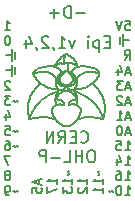
<source format=gbr>
%TF.GenerationSoftware,KiCad,Pcbnew,7.0.2*%
%TF.CreationDate,2023-07-26T16:03:34+02:00*%
%TF.ProjectId,epi,6570692e-6b69-4636-9164-5f7063625858,1_2_0*%
%TF.SameCoordinates,Original*%
%TF.FileFunction,Legend,Bot*%
%TF.FilePolarity,Positive*%
%FSLAX46Y46*%
G04 Gerber Fmt 4.6, Leading zero omitted, Abs format (unit mm)*
G04 Created by KiCad (PCBNEW 7.0.2) date 2023-07-26 16:03:34*
%MOMM*%
%LPD*%
G01*
G04 APERTURE LIST*
%ADD10C,0.180000*%
%ADD11C,0.160000*%
%ADD12C,0.210000*%
%ADD13C,0.200000*%
G04 APERTURE END LIST*
D10*
X103943087Y-64109203D02*
X103877506Y-64095833D01*
X104890958Y-64326426D02*
X104886442Y-64336999D01*
X103302677Y-65589440D02*
X103317877Y-65629065D01*
X103870472Y-65660467D02*
X103904484Y-65666583D01*
X103567335Y-63108429D02*
X103535336Y-63140361D01*
X104295933Y-62264942D02*
X104298987Y-62346034D01*
X103014052Y-65911171D02*
X102998023Y-65944865D01*
X107221440Y-64963363D02*
X107258291Y-65050554D01*
X103741227Y-63818822D02*
X103774634Y-63850176D01*
X103059737Y-66833705D02*
X103239627Y-66887564D01*
X103959345Y-62203047D02*
X103935868Y-62214941D01*
X104398200Y-65636147D02*
X104400179Y-65644197D01*
X102961057Y-66217823D02*
X102966050Y-66261326D01*
X104970472Y-65092853D02*
X104967973Y-65121721D01*
X104579235Y-65644260D02*
X104541469Y-65647461D01*
X106555983Y-62928568D02*
X106422595Y-62904527D01*
X107421334Y-65888928D02*
X107422156Y-66014815D01*
X101207791Y-64798262D02*
X101165197Y-64879408D01*
X103902724Y-62201645D02*
X103935868Y-62214941D01*
X103206996Y-65721647D02*
X103170505Y-65743297D01*
X105028467Y-64014922D02*
X105011777Y-64067782D01*
X104028405Y-62171584D02*
X104005610Y-62181379D01*
X104403715Y-64109084D02*
X104469297Y-64095714D01*
X104994154Y-64792219D02*
X105020040Y-64856758D01*
X103032885Y-65879000D02*
X103014052Y-65911171D01*
X101401733Y-64498096D02*
X101350124Y-64569940D01*
X103445920Y-64305570D02*
X103451027Y-64316024D01*
X103239591Y-66887472D02*
X103296931Y-66959321D01*
X103506256Y-63854894D02*
X103480720Y-63811587D01*
X101380356Y-63030923D02*
X101518742Y-62992958D01*
X103906606Y-65402758D02*
X103918634Y-65418458D01*
X103399592Y-63319044D02*
X103377837Y-63358340D01*
X103959108Y-61831851D02*
X103949571Y-61890036D01*
X101032607Y-66892965D02*
X101513171Y-66799643D01*
X104866081Y-63811469D02*
X104886602Y-63766022D01*
X104877079Y-67149014D02*
X104819219Y-67203394D01*
X103635559Y-63048648D02*
X103600768Y-63077846D01*
X106839187Y-63302804D02*
X106806113Y-63355694D01*
X104173442Y-62811343D02*
X104188345Y-62813804D01*
X101032607Y-66893039D02*
X101080136Y-66759116D01*
X103335112Y-65668869D02*
X103289260Y-65684367D01*
X103274382Y-64322814D02*
X103315952Y-64316412D01*
X104895775Y-64315914D02*
X104890958Y-64326426D01*
X103570177Y-65646975D02*
X103661095Y-65646000D01*
X101753218Y-65604341D02*
X101901345Y-65448942D01*
X103942110Y-61950297D02*
X103936868Y-62012777D01*
X104068824Y-64197895D02*
X104076355Y-64174101D01*
X105440216Y-63057369D02*
X105384886Y-63094978D01*
X104285778Y-62103750D02*
X104285778Y-62103750D01*
X104864198Y-64412902D02*
X104862494Y-64424042D01*
X103978889Y-65669666D02*
X103975025Y-65673760D01*
X106920525Y-62892347D02*
X106946518Y-62938602D01*
X104287257Y-64220176D02*
X104277979Y-64197774D01*
X104905354Y-64611356D02*
X104936295Y-64669402D01*
X104761223Y-67253180D02*
X104703090Y-67298283D01*
X105728665Y-62926683D02*
X105669467Y-62945648D01*
X103318307Y-64015018D02*
X103334997Y-64067877D01*
X104860311Y-64481777D02*
X104861260Y-64493836D01*
X103964535Y-65680756D02*
X103962064Y-65681730D01*
X103396260Y-64297508D02*
X103434877Y-64284930D01*
X103289449Y-65550008D02*
X103302677Y-65589440D01*
X103404756Y-64229837D02*
X103434841Y-64284829D01*
X104173424Y-62811343D02*
X104173424Y-62811343D01*
X103811846Y-63879114D02*
X103852799Y-63905470D01*
X104605575Y-63818712D02*
X104572169Y-63850066D01*
X104442811Y-65468581D02*
X104432818Y-65488832D01*
X104510676Y-64562477D02*
X104555706Y-64586404D01*
X104871610Y-64379945D02*
X104868767Y-64390855D01*
X104859843Y-64469817D02*
X104860311Y-64481777D01*
X104880349Y-63407887D02*
X104856685Y-63353857D01*
X107322248Y-65235278D02*
X107348942Y-65333277D01*
X102915762Y-64305898D02*
X103008916Y-64320947D01*
X105373313Y-66305663D02*
X105363459Y-66350960D01*
X104968635Y-64175229D02*
X104942022Y-64229744D01*
X104906268Y-64295063D02*
X104900883Y-64305460D01*
X104474620Y-65416070D02*
X104463722Y-65432256D01*
X104859813Y-64457956D02*
X104780070Y-64452762D01*
X103376341Y-65092952D02*
X103378837Y-65121821D01*
X106828075Y-62992857D02*
X106691196Y-62958392D01*
X105011690Y-65668768D02*
X105011690Y-65668768D01*
X105337900Y-64320855D02*
X105246757Y-64328895D01*
X104399203Y-65583186D02*
X104398029Y-65590554D01*
X104235417Y-63992613D02*
X104173392Y-64000000D01*
X102966375Y-66054424D02*
X102961173Y-66093549D01*
X103762722Y-63037974D02*
X103830982Y-62988886D01*
X101252947Y-64719791D02*
X101207791Y-64798262D01*
X105410212Y-62415897D02*
X105512517Y-62409012D01*
X104574641Y-61606991D02*
X104657950Y-61678359D01*
X106945079Y-64498000D02*
X106996688Y-64569844D01*
X103137056Y-65766864D02*
X103106608Y-65792284D01*
X104641604Y-64030903D02*
X104690517Y-64001855D01*
X105061668Y-63664409D02*
X105065322Y-63712139D01*
X105385750Y-66217726D02*
X105380757Y-66261230D01*
X103977486Y-64504489D02*
X103929545Y-64521360D01*
X104870815Y-63208043D02*
X104898041Y-63243815D01*
X104530880Y-64078069D02*
X104588354Y-64056386D01*
X104992403Y-67026837D02*
X104934807Y-67090132D01*
X103490808Y-62192329D02*
X103514051Y-62183541D01*
X103831970Y-62922201D02*
X103809211Y-62934055D01*
X102341558Y-64085573D02*
X102436669Y-64136242D01*
X104024926Y-67471155D02*
X104054519Y-67475380D01*
X104396839Y-65626836D02*
X104398200Y-65636147D01*
X106869864Y-63249326D02*
X106839187Y-63302804D01*
X103950839Y-65473908D02*
X103960155Y-65495382D01*
X104950552Y-64297417D02*
X104911934Y-64284839D01*
X101476951Y-63249414D02*
X101507629Y-63302891D01*
X103758449Y-64056505D02*
X103705199Y-64031021D01*
X103774634Y-63850176D02*
X103811846Y-63879114D01*
X103436767Y-63515100D02*
X103448707Y-63461792D01*
X101623504Y-64225849D02*
X101509963Y-64359412D01*
X102155897Y-63969950D02*
X102247807Y-64030040D01*
X105814156Y-64181648D02*
X105717771Y-64221669D01*
X104410061Y-62100778D02*
X104379600Y-62099646D01*
X104774882Y-63934019D02*
X104810108Y-63895705D01*
X104604458Y-62858095D02*
X104657425Y-62778725D01*
X104860304Y-64446566D02*
X104859841Y-64457956D01*
X106066799Y-66718982D02*
X105924429Y-66724369D01*
X107348942Y-65333277D02*
X107371838Y-65435343D01*
X104916948Y-63619210D02*
X104916281Y-63567574D01*
X103990380Y-64312960D02*
X104006925Y-64296864D01*
X104224071Y-62112600D02*
X104203131Y-62116692D01*
X103882391Y-64540789D02*
X103836206Y-64562569D01*
X104404792Y-65558621D02*
X104404792Y-65558621D01*
X105223976Y-63233317D02*
X105172098Y-63288410D01*
X102677350Y-62945748D02*
X102735813Y-62968157D01*
X104322591Y-61433090D02*
X104378387Y-61467234D01*
X104269653Y-62852388D02*
X104173424Y-62811343D01*
X104886442Y-64336999D02*
X104882237Y-64347636D01*
X105057542Y-65684267D02*
X105100235Y-65701882D01*
X103423249Y-63280888D02*
X103399592Y-63319044D01*
X103792615Y-65318261D02*
X103808235Y-65325410D01*
X106723308Y-64225752D02*
X106836849Y-64359315D01*
X103106608Y-65792284D02*
X103079124Y-65819491D01*
X104961034Y-65149025D02*
X104949472Y-65174558D01*
X104866292Y-64401840D02*
X104864198Y-64412902D01*
X107408498Y-66283204D02*
X107393606Y-66426171D01*
X104173424Y-62811343D02*
X104245563Y-62852588D01*
X104936295Y-64669402D02*
X104966067Y-64729728D01*
X104396251Y-65616186D02*
X104396438Y-65621683D01*
X103760578Y-65306264D02*
X103792615Y-65318261D01*
X106898037Y-63195330D02*
X106869864Y-63249326D01*
X106422595Y-62904527D02*
X106291190Y-62887410D01*
X107346668Y-66730810D02*
X107314209Y-66892947D01*
X101300460Y-64643761D02*
X101252947Y-64719791D01*
X103555652Y-63246132D02*
X103597750Y-63192796D01*
X102731656Y-64861961D02*
X102912102Y-64775043D01*
X104380808Y-67458598D02*
X104351288Y-67465492D01*
X103010131Y-66443977D02*
X103026982Y-66491470D01*
X103335112Y-65668869D02*
X103335112Y-65668869D01*
X103865099Y-63029931D02*
X103818841Y-63076475D01*
X104864662Y-64518262D02*
X104867147Y-64530634D01*
X104292134Y-67475282D02*
X104262499Y-67478156D01*
X104348741Y-62099736D02*
X104317472Y-62101090D01*
X102961173Y-66093549D02*
X102958579Y-66133869D01*
X103378102Y-65062725D02*
X103376341Y-65092952D01*
X103255573Y-65133184D02*
X103248446Y-65206228D01*
X105788576Y-62911019D02*
X105728665Y-62926683D01*
X106693592Y-63510157D02*
X106652011Y-63560013D01*
X106131349Y-62473740D02*
X106323803Y-62528345D01*
X103054562Y-65848418D02*
X103032885Y-65879000D01*
X103356599Y-64307990D02*
X103396260Y-64297508D01*
X104181999Y-62121375D02*
X104160671Y-62126657D01*
X103972675Y-64327924D02*
X103990380Y-64312960D01*
X105910461Y-62889022D02*
X105849181Y-62898513D01*
X101353836Y-66165890D02*
X101415342Y-66061582D01*
X105049871Y-66959220D02*
X104992403Y-67026837D01*
X102973493Y-66305760D02*
X102983348Y-66351056D01*
X100931129Y-65768365D02*
X100925480Y-65889023D01*
X105052483Y-63911112D02*
X105042008Y-63962687D01*
X104022810Y-62845853D02*
X103998229Y-62853543D01*
X104990215Y-64307898D02*
X104950552Y-64297417D01*
X104689235Y-64442583D02*
X104641610Y-64434760D01*
X103929545Y-64521360D02*
X103882391Y-64540789D01*
X103560460Y-62645659D02*
X103485811Y-62591258D01*
X101612252Y-65774915D02*
X101753218Y-65604341D01*
X100924658Y-66014910D02*
X100928868Y-66146258D01*
X104746002Y-63077754D02*
X104779436Y-63108337D01*
X103471992Y-64369215D02*
X103475193Y-64380053D01*
X104660710Y-63749415D02*
X104635111Y-63785106D01*
X107422156Y-66014815D02*
X107417946Y-66146163D01*
X105011777Y-64067782D02*
X104991860Y-64121230D01*
X103455845Y-64326536D02*
X103460361Y-64337109D01*
X107046352Y-64643664D02*
X107093865Y-64719694D01*
X103393930Y-62060060D02*
X103447094Y-61986319D01*
X105028926Y-65628964D02*
X105011690Y-65668768D01*
X105496358Y-63023774D02*
X105440216Y-63057369D01*
X103473041Y-64555807D02*
X103473041Y-64555807D01*
X104779436Y-63108337D02*
X104811434Y-63140269D01*
X104005610Y-62181379D02*
X103982591Y-62191863D01*
X103444805Y-63718790D02*
X103434652Y-63669773D01*
X101507629Y-63302891D02*
X101540703Y-63355782D01*
D11*
X99042268Y-62767000D02*
X99542268Y-62767000D01*
D10*
X104585260Y-62130829D02*
X104528209Y-62116664D01*
X104300583Y-62430127D02*
X104300684Y-62519221D01*
X101518742Y-62992958D02*
X101655621Y-62958493D01*
X104645629Y-63088366D02*
X104584079Y-63037861D01*
X103877540Y-67430151D02*
X103906941Y-67440964D01*
X104047559Y-62838712D02*
X104022810Y-62845853D01*
X101544613Y-65866229D02*
X101612252Y-65774915D01*
X104270447Y-64173981D02*
X104264759Y-64148754D01*
X102436669Y-64136242D02*
X102532658Y-64181740D01*
X104867147Y-64530634D02*
X104870175Y-64543115D01*
X103936380Y-67450483D02*
X103965857Y-67458695D01*
X104433232Y-64366320D02*
X104412630Y-64354495D01*
X106806113Y-63355694D02*
X106770751Y-63407929D01*
X104291619Y-62836548D02*
X104291619Y-62836548D01*
X105620760Y-66759597D02*
X105458028Y-66791290D01*
X103435049Y-65219594D02*
X103461572Y-65238581D01*
X104953159Y-64998924D02*
X104962883Y-65031248D01*
X104555706Y-64586404D02*
X104599402Y-64612269D01*
X103144244Y-66736613D02*
X103174023Y-66786717D01*
X104933106Y-65198115D02*
X104911752Y-65219489D01*
X104432818Y-65488832D02*
X104423144Y-65510552D01*
X104015188Y-61617042D02*
X103998761Y-61668338D01*
X103597750Y-63192796D02*
X103646219Y-63140167D01*
X102966050Y-66261326D02*
X102973493Y-66305760D01*
X102436357Y-62889123D02*
X102497637Y-62898614D01*
X103897427Y-63929078D02*
X103945665Y-63949773D01*
X105431054Y-64305806D02*
X105337900Y-64320855D01*
X103906941Y-67440964D02*
X103936380Y-67450483D01*
X103930040Y-65435508D02*
X103940788Y-65453970D01*
X105910144Y-64136150D02*
X105814156Y-64181648D01*
X103480510Y-64401947D02*
X103482605Y-64413008D01*
X103514051Y-62183541D02*
X103537804Y-62175889D01*
X102961931Y-63095078D02*
X103016427Y-63136844D01*
X102280015Y-66719085D02*
X102422384Y-66724471D01*
X104520963Y-65363185D02*
X104508983Y-65374740D01*
X104791466Y-64763479D02*
X104823318Y-64796654D01*
X103448707Y-63461792D02*
X103466452Y-63408004D01*
X103036922Y-62428742D02*
X102936601Y-62415990D01*
X104076355Y-64174101D02*
X104082043Y-64148873D01*
X102888784Y-66791391D02*
X103059737Y-66833705D01*
X103070070Y-63182910D02*
X103122841Y-63233418D01*
X106923599Y-63140883D02*
X106898037Y-63195330D01*
X103243757Y-62368874D02*
X103281637Y-62332097D01*
X106563383Y-63656868D02*
X106516552Y-63703730D01*
X106005255Y-64085482D02*
X105910144Y-64136150D01*
X101088521Y-65050650D02*
X101054850Y-65141210D01*
X101979528Y-63837320D02*
X101979528Y-63837320D01*
X103451027Y-64316024D02*
X103455845Y-64326536D01*
X103239591Y-66887472D02*
X103239591Y-66887472D01*
X104203112Y-67479804D02*
X104173360Y-67478555D01*
X103484097Y-64506101D02*
X103482140Y-64518367D01*
X104469297Y-64095714D02*
X104530880Y-64078069D01*
X101540703Y-63355782D02*
X101576065Y-63408017D01*
X104998526Y-62112390D02*
X105035882Y-62183472D01*
D11*
X108997030Y-60220000D02*
X108997030Y-59720000D01*
D10*
X103268648Y-65471784D02*
X103278127Y-65510785D01*
X104396438Y-65621683D02*
X104396839Y-65626836D01*
X103343611Y-62135153D02*
X103393930Y-62060060D01*
X107371838Y-65435343D02*
X107390731Y-65541709D01*
X102912102Y-64775043D02*
X103096159Y-64695776D01*
X105006429Y-63440120D02*
X105022013Y-63482626D01*
X104052003Y-61518414D02*
X104032982Y-61567115D01*
X103618815Y-63500855D02*
X103619426Y-63545582D01*
X104571271Y-65326565D02*
X104558354Y-65334393D01*
X103753249Y-64424797D02*
X103800955Y-64412062D01*
X103689387Y-62778817D02*
X103628537Y-62708077D01*
X104122669Y-62820639D02*
X104097502Y-62826099D01*
X103429853Y-63619328D02*
X103430520Y-63567691D01*
X103460199Y-63766140D02*
X103444805Y-63718790D01*
X103968698Y-65518456D02*
X103976429Y-65543192D01*
X102023010Y-62528435D02*
X101846204Y-62595461D01*
X103326763Y-64856858D02*
X103303596Y-64923330D01*
X104584079Y-63037861D02*
X104515820Y-62988773D01*
X105525739Y-64284054D02*
X105431054Y-64305806D01*
X103934172Y-64354628D02*
X103953906Y-64341799D01*
X105055430Y-63617556D02*
X105061668Y-63664409D01*
X103304764Y-63962782D02*
X103318307Y-64015018D01*
X103460361Y-64337109D02*
X103464565Y-64347745D01*
X104082043Y-64148873D02*
X104085790Y-64122168D01*
X105332753Y-65911072D02*
X105348781Y-65944766D01*
X103892198Y-64377323D02*
X103913570Y-64366455D01*
X104430401Y-62984006D02*
X104481704Y-63029821D01*
X104440138Y-62103088D02*
X104410061Y-62100778D01*
X102215465Y-62473831D02*
X102023010Y-62528435D01*
X103170574Y-62448172D02*
X103209618Y-62368109D01*
X102055628Y-62887511D02*
X102184891Y-62878460D01*
X103484309Y-64424147D02*
X103485610Y-64435366D01*
X107216661Y-66630373D02*
X107164219Y-66506858D01*
X104334250Y-64117941D02*
X104403715Y-64109084D01*
X107417946Y-66146163D02*
X107408498Y-66283204D01*
D11*
X99542268Y-61467000D02*
X99542268Y-60967000D01*
D10*
X104463722Y-65432256D02*
X104453115Y-65449741D01*
X107164219Y-66506858D02*
X107109415Y-66388348D01*
X103246622Y-65280626D02*
X103247860Y-65318297D01*
X105720464Y-62411619D02*
X105928488Y-62434013D01*
X103473041Y-64555807D02*
X103441449Y-64611457D01*
X101655621Y-62958493D02*
X101790835Y-62928669D01*
X101979528Y-63837311D02*
X101740710Y-64095550D01*
X104815937Y-65268454D02*
X104755199Y-65276236D01*
X104941566Y-62544470D02*
X105027393Y-62505179D01*
X104968934Y-63358249D02*
X104988710Y-63398650D01*
X104857779Y-61895558D02*
X104910240Y-61968195D01*
X104644818Y-67338612D02*
X104586404Y-67374077D01*
X104560028Y-62946402D02*
X104604458Y-62858095D01*
X104735648Y-64448468D02*
X104689235Y-64442583D01*
X103503113Y-61913976D02*
X103561999Y-61843073D01*
X104392896Y-64341667D02*
X104374128Y-64327794D01*
X103096159Y-64695776D02*
X103283320Y-64623087D01*
X103970580Y-61775601D02*
X103959108Y-61831851D01*
X103445763Y-62213119D02*
X103468052Y-62202204D01*
X104885227Y-65238474D02*
X104853350Y-65254864D01*
X103630838Y-63408786D02*
X103622598Y-63455201D01*
X106280502Y-63905516D02*
X106190915Y-63969858D01*
X103402411Y-65658730D02*
X103482352Y-65651327D01*
X106323803Y-62528345D02*
X106500610Y-62595372D01*
X103008916Y-64320947D02*
X103100058Y-64328987D01*
X104815937Y-65268454D02*
X104815937Y-65268454D01*
X104588354Y-64056386D02*
X104641604Y-64030903D01*
X105240195Y-65792185D02*
X105267680Y-65819391D01*
X105300721Y-66539465D02*
X105279403Y-66588091D01*
X103285103Y-63664501D02*
X103281449Y-63712232D01*
X103628537Y-62708077D02*
X103560460Y-62645659D01*
X104675141Y-63020778D02*
X104711211Y-63048556D01*
D11*
X109497030Y-60220000D02*
X108997030Y-60220000D01*
D10*
X101426288Y-62892437D02*
X101400294Y-62938692D01*
X103633566Y-63631595D02*
X103646965Y-63672549D01*
X104586404Y-67374077D02*
X104527846Y-67404588D01*
X101653225Y-63510245D02*
X101694806Y-63560102D01*
X106996688Y-64569844D02*
X107046352Y-64643664D01*
X105085857Y-65432920D02*
X105078155Y-65471683D01*
X104956901Y-62040551D02*
X104998526Y-62112390D01*
X103324758Y-63482718D02*
X103311249Y-63526720D01*
X101740710Y-64095550D02*
X101623504Y-64225849D01*
X105319824Y-66491373D02*
X105300721Y-66539465D01*
X103291341Y-63617648D02*
X103285103Y-63664501D01*
X104641110Y-62148686D02*
X104585260Y-62130829D01*
X105022013Y-63482626D02*
X105022013Y-63482626D01*
X103026982Y-66491470D02*
X103046086Y-66539562D01*
X102558242Y-62911120D02*
X102618153Y-62926784D01*
X106770751Y-63407929D02*
X106733208Y-63459439D01*
X103987473Y-65654436D02*
X103985978Y-65658114D01*
X103527549Y-67203492D02*
X103585531Y-67253278D01*
X105035882Y-62183472D02*
X105069732Y-62253558D01*
X104572169Y-63850066D02*
X104534956Y-63879004D01*
X104725363Y-65280245D02*
X104695980Y-65284935D01*
X103434652Y-63669773D02*
X103429853Y-63619328D01*
X103750314Y-65648726D02*
X103792788Y-65651579D01*
X103990898Y-65641268D02*
X103989958Y-65646028D01*
X103523533Y-64796747D02*
X103494289Y-64830420D01*
X103090895Y-66637283D02*
X103116522Y-66686780D01*
X104244824Y-62109086D02*
X104224071Y-62112600D01*
X104584400Y-65319529D02*
X104571271Y-65326565D01*
X104173456Y-64466708D02*
X104124197Y-64471286D01*
X103467842Y-64864383D02*
X103444373Y-64898430D01*
X103933986Y-62077616D02*
X103933605Y-62144957D01*
X106839767Y-62801175D02*
X106884723Y-62846436D01*
X104160671Y-62126657D02*
X104139145Y-62132552D01*
X103378837Y-65121821D02*
X103385773Y-65149126D01*
X104453115Y-65449741D02*
X104442811Y-65468581D01*
X103447094Y-61986319D02*
X103503113Y-61913976D01*
X102217056Y-65179372D02*
X102383626Y-65063050D01*
X104637112Y-63218716D02*
X104663839Y-63266520D01*
X103985978Y-65658114D02*
X103984348Y-65661460D01*
X103555389Y-64763572D02*
X103523533Y-64796747D01*
X104900883Y-64305460D02*
X104895775Y-64315914D01*
X103486959Y-64469919D02*
X103486491Y-64481879D01*
X104718275Y-62707984D02*
X104786352Y-62645566D01*
X107291962Y-65141114D02*
X107322248Y-65235278D01*
X104841920Y-63173517D02*
X104870815Y-63208043D01*
X102066310Y-63905607D02*
X102155897Y-63969950D01*
X103833041Y-65655479D02*
X103870472Y-65660467D01*
X105434710Y-64774948D02*
X105250652Y-64695682D01*
X104494004Y-63905360D02*
X104449376Y-63928968D01*
D11*
X108697030Y-59920000D02*
X108697030Y-60520000D01*
D10*
X104667120Y-65290757D02*
X104638855Y-65298162D01*
X103626210Y-64699536D02*
X103589676Y-64731099D01*
X104854710Y-62250237D02*
X104802558Y-62221013D01*
X104264759Y-64148754D02*
X104261013Y-64122049D01*
X103486491Y-64481879D02*
X103485543Y-64493939D01*
X103755956Y-61639456D02*
X103826411Y-61574760D01*
X103913570Y-64366455D02*
X103934172Y-64354628D01*
X104398029Y-65590554D02*
X104397166Y-65597528D01*
X103638337Y-62157601D02*
X103664958Y-62156350D01*
X103300083Y-63571709D02*
X103291341Y-63617648D01*
X100925480Y-65889023D02*
X100924658Y-66014910D01*
X103688410Y-61705769D02*
X103755956Y-61639456D01*
X104402617Y-65651066D02*
X104405358Y-65656832D01*
X101613609Y-63459527D02*
X101653225Y-63510245D01*
X103504851Y-63173608D02*
X103475956Y-63208135D01*
X103566733Y-64452897D02*
X103611154Y-64448608D01*
X106833647Y-66799539D02*
X106712657Y-66777303D01*
X106734561Y-65774822D02*
X106593595Y-65604247D01*
X102834295Y-62409105D02*
X102730660Y-62407781D01*
X104533191Y-65352646D02*
X104520963Y-65363185D01*
X103475193Y-64380053D02*
X103478036Y-64390963D01*
X105512517Y-62409012D02*
X105616153Y-62407689D01*
X104397166Y-65597528D02*
X104396596Y-65604118D01*
X103315952Y-64316412D02*
X103356599Y-64307990D01*
X104882237Y-64347636D02*
X104878356Y-64358337D01*
X106161927Y-62878359D02*
X106034964Y-62878516D01*
X106946518Y-62938602D02*
X106962047Y-62984893D01*
X105246757Y-64328895D02*
X105158108Y-64329620D01*
X103975025Y-65673760D02*
X103971213Y-65676892D01*
X101032607Y-66893039D02*
X101032607Y-66893039D01*
X106802200Y-65866136D02*
X106734561Y-65774822D01*
X104416197Y-65670441D02*
X104418090Y-65671873D01*
X103311249Y-63526720D02*
X103300083Y-63571709D01*
X104173378Y-62811453D02*
X104101239Y-62852698D01*
X105068675Y-65510684D02*
X105057354Y-65549907D01*
X104137517Y-61333041D02*
X104202252Y-61365963D01*
X103046086Y-66539562D02*
X103067403Y-66588189D01*
X103188708Y-64329711D02*
X103274382Y-64322814D01*
X103444373Y-64898430D02*
X103424066Y-64932357D01*
X104819219Y-67203394D02*
X104761223Y-67253180D01*
X104685847Y-63314225D02*
X104703200Y-63361665D01*
X104361274Y-62857657D02*
X104395559Y-62869839D01*
X103485811Y-62591258D02*
X103405246Y-62544564D01*
X104410290Y-67450386D02*
X104380808Y-67458598D01*
X104113823Y-67479766D02*
X104143535Y-67479903D01*
X104527962Y-63076366D02*
X104569239Y-63123473D01*
X104294093Y-63981651D02*
X104235417Y-63992613D01*
X107314209Y-66892947D02*
X107266679Y-66759024D01*
X105099963Y-65243165D02*
X105100180Y-65280526D01*
X104464494Y-64540697D02*
X104510676Y-64562477D01*
X104378387Y-61467234D02*
X104431394Y-61501726D01*
X103393665Y-64999020D02*
X103383938Y-65031346D01*
X105011644Y-65668722D02*
X104945793Y-65658172D01*
X104055326Y-61390823D02*
X104137517Y-61333041D01*
X102143000Y-66720617D02*
X102280015Y-66719085D01*
X103818850Y-67404685D02*
X103877540Y-67430151D01*
X103988082Y-62895911D02*
X104077149Y-62852499D01*
X104262327Y-62829065D02*
X104276997Y-62832708D01*
X103358061Y-63398741D02*
X103340342Y-63440212D01*
X104059546Y-64220298D02*
X104068824Y-64197895D01*
X105172098Y-63288410D02*
X105121132Y-63348231D01*
X104703090Y-67298283D02*
X104644818Y-67338612D01*
X103742354Y-62858187D02*
X103689387Y-62778817D01*
X103225684Y-63348332D02*
X103275718Y-63413023D01*
X104939726Y-64965859D02*
X104953159Y-64998924D01*
X103283664Y-64991619D02*
X103267484Y-65061609D01*
X103808235Y-65325410D02*
X103823540Y-65333409D01*
X103493449Y-65254973D02*
X103530861Y-65268564D01*
X101846204Y-62595461D02*
X101690287Y-62672455D01*
X105066310Y-63760710D02*
X105064554Y-63810087D01*
X104560028Y-62946310D02*
X104560028Y-62946310D01*
X103899783Y-61511727D02*
X103976085Y-61450399D01*
X103852799Y-63905470D02*
X103897427Y-63929078D01*
X103949571Y-61890036D02*
X103942110Y-61950297D01*
X104173378Y-62811453D02*
X104173378Y-62811453D01*
X103116522Y-66686780D02*
X103144244Y-66736613D01*
X101621800Y-62713922D02*
X101560502Y-62756961D01*
X104906214Y-62281453D02*
X104854710Y-62250237D01*
X104317472Y-62101090D02*
X104285778Y-62103750D01*
X106606102Y-64095452D02*
X106723308Y-64225752D01*
X103378141Y-64175323D02*
X103404756Y-64229837D01*
X105107212Y-66887372D02*
X105049871Y-66959220D01*
X105063139Y-64991518D02*
X105079318Y-65061508D01*
X105928488Y-62434013D02*
X106131349Y-62473740D01*
X106966455Y-63030914D02*
X106966455Y-63030914D01*
X103960155Y-65495382D02*
X103968698Y-65518456D01*
X104798754Y-61822881D02*
X104857779Y-61895558D01*
X104695980Y-65284935D02*
X104667120Y-65290757D01*
X104326615Y-62846554D02*
X104361274Y-62857657D01*
X104469847Y-62106534D02*
X104440138Y-62103088D01*
X104232825Y-67479667D02*
X104203112Y-67479804D01*
X105388253Y-66175218D02*
X105385750Y-66217726D01*
X103440535Y-64295173D02*
X103445920Y-64305570D01*
X103992063Y-65618162D02*
X103992210Y-65624578D01*
X103686093Y-63749525D02*
X103711692Y-63785216D01*
X104597732Y-65313226D02*
X104584400Y-65319529D01*
X104898094Y-63461675D02*
X104880349Y-63407887D01*
X103988808Y-65650413D02*
X103987473Y-65654436D01*
X103562087Y-62169421D02*
X103586923Y-62164185D01*
X105615156Y-64861865D02*
X105434710Y-64774948D01*
X104599472Y-62969620D02*
X104637868Y-62994454D01*
X106418395Y-63793978D02*
X106367284Y-63837228D01*
X102958553Y-66175315D02*
X102961057Y-66217823D01*
X105717771Y-64221669D02*
X105621471Y-64255907D01*
X103478036Y-64390963D02*
X103480510Y-64401947D01*
X103622598Y-63455201D02*
X103618815Y-63500855D01*
X103997447Y-63967389D02*
X104052709Y-63981761D01*
X103998229Y-62853543D02*
X103973828Y-62861774D01*
X104401138Y-63949663D02*
X104349355Y-63967279D01*
X104469142Y-67430054D02*
X104439735Y-67440868D01*
X104085790Y-64122168D02*
X104085790Y-64122168D01*
X102906601Y-63057469D02*
X102961931Y-63095078D01*
X103206794Y-62407693D02*
X103243757Y-62368874D01*
X105362044Y-65979917D02*
X105372581Y-66016459D01*
X103254957Y-65394509D02*
X103260946Y-65433021D01*
X104861192Y-64435263D02*
X104860304Y-64446566D01*
X104262499Y-67478156D02*
X104232825Y-67479667D01*
X105209747Y-65766764D02*
X105240195Y-65792185D01*
X103985830Y-65579005D02*
X103987892Y-65587830D01*
X101462090Y-62846525D02*
X101426288Y-62892437D01*
X104485803Y-65401127D02*
X104474620Y-65416070D01*
X103624365Y-63589217D02*
X103633566Y-63631595D01*
X105100842Y-62322411D02*
X105157900Y-62455459D01*
X103411983Y-67090232D02*
X103469700Y-67149114D01*
X105287075Y-66833604D02*
X105107184Y-66887463D01*
X103809211Y-62934055D02*
X103786742Y-62946402D01*
D11*
X99542268Y-62767000D02*
X99542268Y-62267000D01*
D10*
X104396596Y-65604118D02*
X104396297Y-65610334D01*
X104528209Y-62116664D02*
X104499199Y-62111074D01*
X104497260Y-65387369D02*
X104485803Y-65401127D01*
X103464565Y-64347745D02*
X103468446Y-64358446D01*
X104440738Y-62941340D02*
X104358720Y-62895799D01*
X105043207Y-64923229D02*
X105063139Y-64991518D01*
X103530861Y-65268564D02*
X103530861Y-65268564D01*
X103786783Y-62946493D02*
X103742354Y-62858187D01*
X104405358Y-65656832D02*
X104408244Y-65661574D01*
D11*
X108997030Y-60220000D02*
X108997030Y-60720000D01*
D10*
X103385773Y-65149126D02*
X103397332Y-65174660D01*
X103430520Y-63567691D02*
X103436767Y-63515100D01*
X104084151Y-67478254D02*
X104113823Y-67479766D01*
X104947179Y-63318953D02*
X104968934Y-63358249D01*
X105616153Y-62407689D02*
X105720464Y-62411619D01*
X103962064Y-65681730D02*
X103959850Y-65682364D01*
X103246568Y-65701982D02*
X103206996Y-65721647D01*
X104296239Y-62720425D02*
X104291614Y-62836538D01*
X105669467Y-62945648D02*
X105611004Y-62968056D01*
X101423215Y-63140972D02*
X101448777Y-63195418D01*
X101924223Y-62904627D02*
X102055628Y-62887511D01*
X104032982Y-61567115D02*
X104015188Y-61617042D01*
X105230283Y-66686682D02*
X105202560Y-66736515D01*
X100928868Y-66146258D02*
X100938317Y-66283299D01*
X103990744Y-65603960D02*
X103991583Y-65611294D01*
X102730660Y-62407781D02*
X102626349Y-62411711D01*
X105044125Y-65589339D02*
X105028926Y-65628964D01*
X104942022Y-64229744D02*
X104911939Y-64284738D01*
X104400179Y-65644197D02*
X104402617Y-65651066D01*
X106962047Y-62984893D02*
X106966455Y-63030914D01*
X104657950Y-61678359D02*
X104732399Y-61750402D01*
X103476628Y-64543218D02*
X103474905Y-64549499D01*
X106593595Y-65604247D02*
X106445468Y-65448848D01*
X104073337Y-62154015D02*
X104050979Y-62162466D01*
X102311854Y-62878617D02*
X102436357Y-62889123D01*
X105267680Y-65819391D02*
X105292242Y-65848319D01*
X103904484Y-65666583D02*
X103934476Y-65673869D01*
X101878628Y-63749547D02*
X101928418Y-63794070D01*
X105157900Y-62455468D02*
X105057950Y-62383637D01*
X104034407Y-62895333D02*
X103972816Y-62939195D01*
X105924429Y-66724369D02*
X105775989Y-66737598D01*
X104369404Y-64504398D02*
X104417343Y-64521268D01*
X103940788Y-65453970D02*
X103950839Y-65473908D01*
X104412630Y-64354495D02*
X104392896Y-64341667D01*
X102422384Y-66724471D02*
X102570824Y-66737700D01*
X103296126Y-62211555D02*
X103343611Y-62135153D01*
X104454605Y-64377186D02*
X104433232Y-64366320D01*
X103867180Y-65363133D02*
X103880841Y-65375158D01*
X103791173Y-64586495D02*
X103747474Y-64612361D01*
X102418325Y-62434105D02*
X102215465Y-62473831D01*
X103267484Y-65061609D02*
X103255573Y-65133184D01*
X103991603Y-65636116D02*
X103990898Y-65641268D01*
X101509963Y-64359412D02*
X101401733Y-64498096D01*
X105027393Y-62505179D02*
X105117827Y-62472983D01*
X106589896Y-66757357D02*
X106464646Y-66740626D01*
X105035522Y-63526629D02*
X105046688Y-63571617D01*
X104966067Y-64729728D02*
X104994154Y-64792219D01*
X104117416Y-62139069D02*
X104095481Y-62146220D01*
X105611004Y-62968056D02*
X105553294Y-62994051D01*
X104690517Y-64001855D02*
X104734981Y-63969482D01*
X104853350Y-65254864D02*
X104815937Y-65268454D01*
X104702123Y-65641167D02*
X104660065Y-65641181D01*
X101738245Y-63609030D02*
X101783433Y-63656959D01*
X106786312Y-62756872D02*
X106839767Y-62801175D01*
X101478956Y-65961740D02*
X101544613Y-65866229D01*
X103248446Y-65206228D02*
X103246839Y-65243265D01*
X103530861Y-65268564D02*
X103660859Y-65284187D01*
X103536694Y-63895824D02*
X103506256Y-63854894D01*
X103808073Y-62172415D02*
X103838849Y-62180430D01*
X104356422Y-64312832D02*
X104339878Y-64296737D01*
X105276747Y-63182809D02*
X105223976Y-63233317D01*
X103352648Y-64792319D02*
X103326763Y-64856858D01*
X103933605Y-62144957D02*
X103935868Y-62214941D01*
X104605600Y-63170978D02*
X104637112Y-63218716D01*
X105380430Y-66054326D02*
X105385633Y-66093452D01*
X105139807Y-65721547D02*
X105176298Y-65743196D01*
X103777564Y-63123583D02*
X103741202Y-63171088D01*
X103317877Y-65629065D02*
X103335112Y-65668869D01*
X105313919Y-65878901D02*
X105332753Y-65911072D01*
X105121132Y-63348231D02*
X105071099Y-63412922D01*
X107405416Y-65652607D02*
X107415685Y-65768269D01*
X103708902Y-62994546D02*
X103671630Y-63020869D01*
X103413696Y-65198218D02*
X103435049Y-65219594D01*
X103079124Y-65819491D02*
X103054562Y-65848418D01*
X105059972Y-63860233D02*
X105052483Y-63911112D01*
X104173438Y-64466617D02*
X104222696Y-64471194D01*
X104462853Y-62897369D02*
X104495786Y-62912682D01*
X102793523Y-62994151D02*
X102850459Y-63023875D01*
X104277979Y-64197774D02*
X104270447Y-64173981D01*
X104245563Y-62852588D02*
X104312396Y-62895224D01*
X104852557Y-64830326D02*
X104878999Y-64864288D01*
X101380356Y-63031006D02*
X101380356Y-63031006D01*
X103282217Y-63810182D02*
X103286800Y-63860328D01*
X104734981Y-63969482D02*
X104774882Y-63934019D01*
X103720138Y-62158167D02*
X103748739Y-62161332D01*
X103847532Y-64396352D02*
X103892198Y-64377323D01*
X104898041Y-63243815D02*
X104923522Y-63280796D01*
X104052709Y-63981761D02*
X104111385Y-63992723D01*
X105042008Y-63962687D02*
X105028467Y-64014922D01*
X104291619Y-62836548D02*
X104326615Y-62846554D01*
X103660859Y-65284187D02*
X103694396Y-65289727D01*
X105140985Y-66836926D02*
X105107212Y-66887372D01*
X103705292Y-64639961D02*
X103664810Y-64669088D01*
X105348781Y-65944766D02*
X105362044Y-65979917D01*
X104988710Y-63398650D02*
X105006429Y-63440120D01*
X101882170Y-66740731D02*
X102010624Y-66728141D01*
X100997871Y-65333373D02*
X100974975Y-65435439D01*
X104902464Y-64898336D02*
X104922767Y-64932261D01*
X103482605Y-64413008D02*
X103484309Y-64424147D01*
X103709691Y-63218826D02*
X103682964Y-63266630D01*
X104618935Y-65642189D02*
X104579235Y-65644260D01*
X101384765Y-62984984D02*
X101380356Y-63031006D01*
X103826411Y-61574760D02*
X103899783Y-61511727D01*
X103335149Y-65668860D02*
X103366896Y-65663474D01*
X103537804Y-62175889D02*
X103562087Y-62169421D01*
X101080136Y-66759116D02*
X101130154Y-66630464D01*
X105963186Y-65062955D02*
X105791484Y-64957509D01*
X102936601Y-62415990D02*
X102834295Y-62409105D01*
X102850459Y-63023875D02*
X102906601Y-63057469D01*
X105372581Y-66016459D02*
X105380430Y-66054326D01*
X103281449Y-63712232D02*
X103280461Y-63760804D01*
X106336190Y-66728037D02*
X106203814Y-66720513D01*
X103830982Y-62988886D02*
X103906064Y-62941452D01*
X104499271Y-64396213D02*
X104454605Y-64377186D01*
X103586923Y-62164185D02*
X103612332Y-62160229D01*
X103748739Y-62161332D02*
X103778044Y-62166065D01*
X101400372Y-63086145D02*
X101423215Y-63140972D01*
X103643603Y-63361775D02*
X103630838Y-63408786D01*
X100938317Y-66283299D02*
X100953209Y-66426265D01*
X104429432Y-62883083D02*
X104462853Y-62897369D01*
X103354394Y-67026938D02*
X103411983Y-67090232D01*
X105098356Y-65206128D02*
X105099963Y-65243165D01*
X104949472Y-65174558D02*
X104933106Y-65198115D01*
X101507047Y-62801264D02*
X101462090Y-62846525D01*
X102958579Y-66133869D02*
X102958553Y-66175315D01*
X103469700Y-67149114D02*
X103527549Y-67203492D01*
X106966460Y-63030822D02*
X106828075Y-62992857D01*
X105212211Y-62447575D02*
X105309891Y-62428649D01*
X100953209Y-66426265D02*
X100973751Y-66575389D01*
X103989522Y-65596143D02*
X103990744Y-65603960D01*
X103973828Y-62861774D02*
X103949621Y-62870541D01*
X104074994Y-64479246D02*
X104026029Y-64490382D01*
X104637868Y-62994454D02*
X104675141Y-63020778D01*
X104527846Y-67404588D02*
X104469142Y-67430054D01*
X104901996Y-63718671D02*
X104912149Y-63669655D01*
X107093865Y-64719694D02*
X107139021Y-64798166D01*
X102974225Y-66016557D02*
X102966375Y-66054424D01*
X103792788Y-65651579D02*
X103833041Y-65655479D01*
X104515820Y-62988773D02*
X104440738Y-62941340D01*
X107373065Y-66575296D02*
X107346668Y-66730810D01*
X103800955Y-64412062D02*
X103847532Y-64396352D01*
X104124197Y-64471286D02*
X104074994Y-64479246D01*
X104715964Y-63408676D02*
X104724205Y-63455091D01*
X103275718Y-63413023D02*
X103324799Y-63482727D01*
X106500610Y-62595372D02*
X106656527Y-62672366D01*
X103619426Y-63545582D02*
X103624365Y-63589217D01*
X104320862Y-64490291D02*
X104369404Y-64504398D01*
X103434882Y-64284829D02*
X103440535Y-64295173D01*
X103260946Y-65433021D02*
X103268648Y-65471784D01*
X104358720Y-62895799D02*
X104269653Y-62852388D01*
X105100180Y-65280526D02*
X105098943Y-65318196D01*
X105202560Y-66736515D02*
X105172781Y-66786618D01*
X103383938Y-65031346D02*
X103378102Y-65062725D01*
X104811434Y-63140269D02*
X104841920Y-63173517D01*
X105309891Y-62428649D02*
X105410212Y-62415897D01*
X103945665Y-63949773D02*
X103997447Y-63967389D01*
X104339878Y-64296737D02*
X104324591Y-64279468D01*
X103402495Y-62237876D02*
X103423917Y-62225026D01*
X103995372Y-67465589D02*
X104024926Y-67471155D01*
X103296931Y-66959321D02*
X103354394Y-67026938D01*
X103623761Y-61773656D02*
X103688410Y-61705769D01*
X105079318Y-65061508D02*
X105091230Y-65133083D01*
X101901345Y-65448942D02*
X102056127Y-65307644D01*
X102735813Y-62968157D02*
X102793523Y-62994151D01*
X103174719Y-63288511D02*
X103225684Y-63348332D01*
X103466452Y-63408004D02*
X103490116Y-63353973D01*
X105071099Y-63412922D02*
X105022017Y-63482626D01*
X103893996Y-65388346D02*
X103906606Y-65402758D01*
X106290685Y-65307549D02*
X106129756Y-65179276D01*
X105011690Y-65668768D02*
X105057542Y-65684267D01*
X105100235Y-65701882D02*
X105139807Y-65721547D01*
X107415685Y-65768269D02*
X107421334Y-65888928D01*
X102983348Y-66351056D02*
X102995574Y-66397151D01*
X103482140Y-64518367D02*
X103479655Y-64530739D01*
X103855003Y-62910846D02*
X103831970Y-62922201D01*
X105849181Y-62898513D02*
X105788576Y-62911019D01*
X104147949Y-62815752D02*
X104122669Y-62820639D01*
X102056127Y-65307644D02*
X102217056Y-65179372D01*
X104682307Y-63711804D02*
X104660710Y-63749415D01*
X101790835Y-62928669D02*
X101924223Y-62904627D01*
X103561999Y-61843073D02*
X103623761Y-61773656D01*
X104036142Y-64261104D02*
X104048619Y-64241353D01*
X103661095Y-65646000D02*
X103750314Y-65648726D01*
X106725014Y-62713833D02*
X106786312Y-62756872D01*
X104823318Y-64796654D02*
X104852557Y-64830326D01*
X104012553Y-64118060D02*
X103943087Y-64109203D01*
X106608572Y-63608940D02*
X106563383Y-63656868D01*
X104922767Y-64932261D02*
X104939726Y-64965859D01*
X103278127Y-65510785D02*
X103289449Y-65550008D01*
X104757184Y-64731007D02*
X104791466Y-64763479D01*
X101165197Y-64879408D02*
X101125372Y-64963460D01*
D11*
X99042268Y-61467000D02*
X99542268Y-61467000D01*
D10*
X105117827Y-62472983D02*
X105212211Y-62447575D01*
X103134602Y-62447669D02*
X103036922Y-62428742D01*
X104641610Y-64434760D02*
X104593554Y-64424654D01*
X104780070Y-64452762D02*
X104735648Y-64448468D01*
X106367284Y-63837228D02*
X106280502Y-63905516D01*
X102821077Y-64284146D02*
X102915762Y-64305898D01*
X104072109Y-61470797D02*
X104052003Y-61518414D01*
X103289260Y-65684367D02*
X103246568Y-65701982D01*
X102629044Y-64221761D02*
X102725344Y-64255998D01*
X103656285Y-64001974D02*
X103611821Y-63969601D01*
X104431394Y-61501726D02*
X104481708Y-61536536D01*
X104682058Y-64668995D02*
X104720653Y-64699443D01*
X107181615Y-64879312D02*
X107221440Y-64963363D01*
X105158108Y-64329620D02*
X105072433Y-64322723D01*
X103340342Y-63440212D02*
X103324758Y-63482718D01*
X102998023Y-65944865D02*
X102984761Y-65980015D01*
X103486498Y-64446669D02*
X103486962Y-64458056D01*
X104261013Y-64122049D02*
X104261013Y-64122049D01*
X104861260Y-64493836D02*
X104862705Y-64505997D01*
X104635111Y-63785106D02*
X104605575Y-63818712D01*
X104859841Y-64457956D02*
X104859843Y-64469817D01*
X107393606Y-66426171D02*
X107373065Y-66575296D01*
X105351233Y-66397054D02*
X105336675Y-66443881D01*
X104749648Y-62194119D02*
X104695869Y-62169896D01*
X105380757Y-66261230D02*
X105373313Y-66305663D01*
X103983310Y-65569653D02*
X103985830Y-65579005D01*
X102184891Y-62878460D02*
X102311854Y-62878617D01*
X107052314Y-66274705D02*
X106992979Y-66165797D01*
X103407102Y-64965955D02*
X103393665Y-64999020D01*
X104663839Y-63266520D02*
X104685847Y-63314225D01*
X103823540Y-65333409D02*
X103838492Y-65342321D01*
X104871897Y-64549397D02*
X104873761Y-64555707D01*
X104749050Y-63192681D02*
X104700581Y-63140052D01*
X103494289Y-64830420D02*
X103467842Y-64864383D01*
X104095481Y-62146220D02*
X104073337Y-62154015D01*
X103468052Y-62202204D02*
X103490808Y-62192329D01*
X101415342Y-66061582D02*
X101478956Y-65961740D01*
X104934807Y-67090132D02*
X104877079Y-67149014D01*
X103984348Y-65661460D02*
X103982606Y-65664491D01*
X104873761Y-64555707D02*
X104873761Y-64555707D01*
X103448729Y-63243907D02*
X103423249Y-63280888D01*
X106931472Y-66061489D02*
X106867858Y-65961647D01*
X103646219Y-63140167D02*
X103701172Y-63088480D01*
X105107212Y-66887372D02*
X105107212Y-66887372D01*
X104423144Y-65510552D02*
X104413799Y-65533796D01*
X103705199Y-64031021D02*
X103656285Y-64001974D01*
X105330390Y-63136744D02*
X105276747Y-63182809D01*
X103657568Y-64442725D02*
X103705193Y-64434903D01*
X103643649Y-67298381D02*
X103701907Y-67338709D01*
X101000148Y-66730903D02*
X101032607Y-66893039D01*
X104050979Y-62162466D02*
X104028405Y-62171584D01*
X103989958Y-65646028D02*
X103988808Y-65650413D01*
X101448777Y-63195418D02*
X101476951Y-63249414D01*
X103972816Y-62939195D02*
X103916402Y-62984116D01*
X101634160Y-66777408D02*
X101756920Y-66757462D01*
X104541469Y-65647461D02*
X104506139Y-65651860D01*
X101350124Y-64569940D02*
X101300460Y-64643761D01*
X104859841Y-64457956D02*
X104859841Y-64457956D01*
X104802558Y-62221013D02*
X104749648Y-62194119D01*
X103786742Y-62946402D02*
X103747299Y-62969711D01*
X102984761Y-65980015D02*
X102974225Y-66016557D01*
X104840545Y-63854775D02*
X104866081Y-63811469D01*
X104085790Y-64122168D02*
X104012553Y-64118060D01*
X103786742Y-62946402D02*
X103786742Y-62946402D01*
X106712657Y-66777303D02*
X106589896Y-66757357D01*
X101576065Y-63408017D02*
X101613609Y-63459527D01*
X105336675Y-66443881D02*
X105319824Y-66491373D01*
X104247611Y-62825619D02*
X104262327Y-62829065D01*
X103998761Y-61668338D02*
X103983845Y-61721143D01*
X103485543Y-64493939D02*
X103484097Y-64506101D01*
X102010624Y-66728141D02*
X102143000Y-66720617D01*
X103965857Y-67458695D02*
X103995372Y-67465589D01*
X104912149Y-63669655D02*
X104916948Y-63619210D01*
X104395559Y-62869839D02*
X104429432Y-62883083D01*
X104911752Y-65219489D02*
X104885227Y-65238474D01*
X104786352Y-62645566D02*
X104861001Y-62591163D01*
X102626349Y-62411711D02*
X102418325Y-62434105D01*
X105176298Y-65743196D02*
X105209747Y-65766764D01*
X106129756Y-65179276D02*
X105963186Y-65062955D01*
X104569239Y-63123473D02*
X104605600Y-63170978D01*
D11*
X99842268Y-61767000D02*
X99842268Y-61167000D01*
D10*
X103247860Y-65318297D02*
X103250616Y-65356263D01*
X103870392Y-62190157D02*
X103902724Y-62201645D01*
X103585531Y-67253278D02*
X103643649Y-67298381D01*
X104298987Y-62346034D02*
X104300583Y-62430127D01*
X104137517Y-61333041D02*
X104093157Y-61424124D01*
X101294500Y-66274797D02*
X101353836Y-66165890D01*
X104444798Y-65664524D02*
X104419793Y-65672925D01*
X104085575Y-64122049D02*
X104260852Y-64122058D01*
X105078155Y-65471683D02*
X105068675Y-65510684D01*
X103320605Y-62297749D02*
X103360833Y-62266214D01*
X104560028Y-62946310D02*
X104599472Y-62969620D01*
X103519812Y-63299937D02*
X103555652Y-63246132D01*
X103441449Y-64611457D02*
X103410508Y-64669503D01*
X106367284Y-63837228D02*
X106367284Y-63837228D01*
X104910034Y-63514983D02*
X104898094Y-63461675D01*
X104722438Y-63589108D02*
X104713237Y-63631485D01*
X104545847Y-64411920D02*
X104499271Y-64396213D01*
X106733208Y-63459439D02*
X106693592Y-63510157D01*
X104481704Y-63029821D02*
X104527962Y-63076366D01*
X104878356Y-64358337D02*
X104874810Y-64369106D01*
X103480720Y-63811587D02*
X103460199Y-63766140D01*
X105791484Y-64957509D02*
X105615156Y-64861865D01*
X104593554Y-64424654D02*
X104545847Y-64411920D01*
X106203814Y-66720513D02*
X106066799Y-66718982D01*
X103646965Y-63672549D02*
X103664495Y-63711914D01*
X103878299Y-62899997D02*
X103855003Y-62910846D01*
X104449376Y-63928968D02*
X104401138Y-63949663D01*
X104202252Y-61365963D02*
X104263911Y-61399323D01*
X103170574Y-62448172D02*
X103206794Y-62407693D01*
X103486989Y-64458075D02*
X103566733Y-64452897D01*
X103209618Y-62368109D02*
X103251465Y-62289222D01*
X101125372Y-64963460D02*
X101088521Y-65050650D01*
X103701907Y-67338709D02*
X103760306Y-67374174D01*
X104611258Y-65307602D02*
X104597732Y-65313226D01*
X104101239Y-62852698D02*
X104034407Y-62895333D01*
X103475956Y-63208135D02*
X103448729Y-63243907D01*
X104910240Y-61968195D02*
X104956901Y-62040551D01*
X103976085Y-61450399D02*
X104055326Y-61390823D01*
X104957182Y-62314318D02*
X104906214Y-62281453D01*
X101928418Y-63794070D02*
X101979528Y-63837320D01*
X104265391Y-62106140D02*
X104244824Y-62109086D01*
X107314209Y-66892947D02*
X107314209Y-66892947D01*
X103760306Y-67374174D02*
X103818850Y-67404685D01*
X103485610Y-64435366D02*
X103486498Y-64446669D01*
X103122841Y-63233418D02*
X103174719Y-63288511D01*
X103377837Y-63358340D02*
X103358061Y-63398741D01*
X104727377Y-63545472D02*
X104722438Y-63589108D01*
X106946441Y-63086055D02*
X106923599Y-63140883D01*
X104417343Y-64521268D02*
X104464494Y-64540697D01*
X101054850Y-65141210D02*
X101024565Y-65235374D01*
X104991860Y-64121230D02*
X104968635Y-64175229D01*
X104638855Y-65298162D02*
X104611258Y-65307602D01*
X104271899Y-64479154D02*
X104320862Y-64490291D01*
X103934476Y-65673869D02*
X103959850Y-65682364D01*
X104599402Y-64612269D02*
X104641580Y-64639869D01*
X104528190Y-62929001D02*
X104560028Y-62946310D01*
X102555328Y-64957605D02*
X102731656Y-64861961D01*
X106656527Y-62672366D02*
X106725014Y-62713833D01*
X104404792Y-65558621D02*
X104402565Y-65567229D01*
X103701172Y-63088480D02*
X103762722Y-63037974D01*
X103660956Y-63314335D02*
X103643603Y-63361775D01*
X103664810Y-64669088D02*
X103626210Y-64699536D01*
X106691196Y-62958392D02*
X106555983Y-62928568D01*
X102618153Y-62926784D02*
X102677350Y-62945748D01*
X105292242Y-65848319D02*
X105313919Y-65878901D01*
X105388227Y-66133771D02*
X105388253Y-66175218D01*
X104878999Y-64864288D02*
X104902464Y-64898336D01*
X101830263Y-63703821D02*
X101878628Y-63749547D01*
X104787010Y-65643852D02*
X104702123Y-65641167D01*
X104408244Y-65661574D02*
X104411117Y-65665370D01*
X104137517Y-61333041D02*
X104137517Y-61333041D01*
X104232852Y-62822370D02*
X104247611Y-62825619D01*
X103283320Y-64623087D02*
X103473078Y-64555899D01*
X103589676Y-64731099D02*
X103555389Y-64763572D01*
X103747299Y-62969711D02*
X103708902Y-62994546D01*
X105172781Y-66786618D02*
X105140985Y-66836926D01*
X103423917Y-62225026D02*
X103445763Y-62213119D01*
X104711211Y-63048556D02*
X104746002Y-63077754D01*
X103983845Y-61721143D02*
X103970580Y-61775601D01*
X105022013Y-63482626D02*
X105035522Y-63526629D01*
X104413821Y-65668300D02*
X104416197Y-65670441D01*
X103286800Y-63860328D02*
X103294289Y-63911207D01*
X103901843Y-62889659D02*
X103878299Y-62899997D01*
X103246839Y-65243265D02*
X103246622Y-65280626D01*
X103682964Y-63266630D02*
X103660956Y-63314335D01*
X105279403Y-66588091D02*
X105255911Y-66637186D01*
X102247807Y-64030040D02*
X102341558Y-64085573D01*
X103100058Y-64328987D02*
X103188708Y-64329711D01*
X101182596Y-66506950D02*
X101237399Y-66388439D01*
X104439735Y-67440868D02*
X104410290Y-67450386D01*
X106468187Y-63749456D02*
X106418395Y-63793978D01*
X103482352Y-65651327D02*
X103570177Y-65646975D01*
X105063491Y-64622994D02*
X104873734Y-64555807D01*
X104861001Y-62591163D02*
X104941566Y-62544470D01*
X103294289Y-63911207D02*
X103304764Y-63962782D01*
X105030862Y-64316321D02*
X104990215Y-64307898D01*
X101130154Y-66630464D02*
X101182596Y-66506950D01*
X105057354Y-65549907D02*
X105044125Y-65589339D01*
X104724205Y-63455091D02*
X104727987Y-63500745D01*
X103479655Y-64530739D02*
X103476628Y-64543218D01*
X104143535Y-67479903D02*
X104173287Y-67478656D01*
X104720653Y-64699443D02*
X104757184Y-64731007D01*
X103205818Y-66837025D02*
X103239591Y-66887472D01*
X102726052Y-66759699D02*
X102888784Y-66791391D01*
X104700581Y-63140052D02*
X104645629Y-63088366D01*
X104699838Y-63672439D02*
X104682307Y-63711804D01*
X104495786Y-62912682D02*
X104528190Y-62929001D01*
X101690287Y-62672455D02*
X101621800Y-62713922D01*
X104810108Y-63895705D02*
X104840545Y-63854775D01*
X103611821Y-63969601D02*
X103571920Y-63934138D01*
X103992210Y-65624578D02*
X103992049Y-65630558D01*
X105057950Y-62383637D02*
X104957182Y-62314318D01*
X103600768Y-63077846D02*
X103567335Y-63108429D01*
X104111385Y-63992723D02*
X104173410Y-64000110D01*
X104508983Y-65374740D02*
X104497260Y-65387369D01*
X104374128Y-64327794D02*
X104356422Y-64312832D01*
X103976429Y-65543192D02*
X103983310Y-65569653D01*
X101783433Y-63656959D02*
X101830263Y-63703821D01*
X106445468Y-65448848D02*
X106290685Y-65307549D01*
X103334997Y-64067877D02*
X103354915Y-64121325D01*
X106867858Y-65961647D02*
X106802200Y-65866136D01*
X104276997Y-62832708D02*
X104291619Y-62836548D01*
X103906064Y-62941452D02*
X103988082Y-62895911D01*
X104911921Y-64284720D02*
X104906268Y-64295063D01*
X104203131Y-62116692D02*
X104181999Y-62121375D01*
X104188345Y-62813804D02*
X104203216Y-62816462D01*
X103741202Y-63171088D02*
X103709691Y-63218826D01*
X104713237Y-63631485D02*
X104699838Y-63672439D01*
X104534956Y-63879004D02*
X104494004Y-63905360D01*
X106992979Y-66165797D02*
X106931472Y-66061489D01*
X107139021Y-64798166D02*
X107181615Y-64879312D01*
X105064554Y-63810087D02*
X105059972Y-63860233D01*
X104703200Y-63361665D02*
X104715964Y-63408676D01*
X105363459Y-66350960D02*
X105351233Y-66397054D01*
X103486962Y-64458056D02*
X103486962Y-64458056D01*
X105091846Y-65394408D02*
X105085857Y-65432920D01*
X103918634Y-65418458D02*
X103930040Y-65435508D01*
X105091230Y-65133083D02*
X105098356Y-65206128D01*
X104874810Y-64369106D02*
X104871610Y-64379945D01*
X103251465Y-62289222D02*
X103296126Y-62211555D01*
X104862705Y-64505997D02*
X104864662Y-64518262D01*
X103747474Y-64612361D02*
X103705292Y-64639961D01*
X104869575Y-65649701D02*
X104787010Y-65643852D01*
X104499199Y-62111074D02*
X104469847Y-62106534D01*
X104097502Y-62826099D02*
X104072460Y-62832125D01*
X103880841Y-65375158D02*
X103893996Y-65388346D01*
X104373986Y-62939085D02*
X104430401Y-62984006D01*
X104755199Y-65276236D02*
X104725363Y-65280245D01*
X103953906Y-64341799D02*
X103972675Y-64327924D01*
X105553294Y-62994051D02*
X105496358Y-63023774D01*
X104285778Y-62103750D02*
X104265391Y-62106140D01*
X104298183Y-64241231D02*
X104287257Y-64220176D01*
X101237399Y-66388439D02*
X101294500Y-66274797D01*
X104261013Y-64122049D02*
X104334250Y-64117941D01*
X103170505Y-65743297D02*
X103137056Y-65766864D01*
X106034964Y-62878516D02*
X105910461Y-62889022D01*
X102570824Y-66737700D02*
X102726052Y-66759699D01*
X101400294Y-62938692D02*
X101384765Y-62984984D01*
X104481708Y-61536536D02*
X104574641Y-61606991D01*
X102725344Y-64255998D02*
X102821077Y-64284146D01*
X103535336Y-63140361D02*
X103504851Y-63173608D01*
X104203216Y-62816462D02*
X104218052Y-62819317D01*
X106367284Y-63837210D02*
X106606102Y-64095452D01*
X104856685Y-63353857D02*
X104826989Y-63299821D01*
X103982606Y-65664491D02*
X103978889Y-65669666D01*
X104695869Y-62169896D02*
X104641110Y-62148686D01*
X104093157Y-61424124D02*
X104072109Y-61470797D01*
X103461572Y-65238581D02*
X103493449Y-65254973D01*
X104054519Y-67475380D02*
X104084151Y-67478254D01*
X106291190Y-62887410D02*
X106161927Y-62878359D01*
X103354915Y-64121325D02*
X103378141Y-64175323D01*
X103410508Y-64669503D02*
X103380735Y-64729829D01*
X103174023Y-66786717D02*
X103205818Y-66837025D01*
X104324591Y-64279468D02*
X104310660Y-64260980D01*
X105775989Y-66737598D02*
X105620760Y-66759597D01*
X104473747Y-65657525D02*
X104444798Y-65664524D01*
X103611154Y-64448608D02*
X103657568Y-64442725D01*
X104657425Y-62778725D02*
X104718275Y-62707984D01*
X104968715Y-65062626D02*
X104970472Y-65092853D01*
D11*
X99542268Y-62767000D02*
X99542268Y-63267000D01*
D10*
X104139145Y-62132552D02*
X104117416Y-62139069D01*
X106464646Y-66740626D02*
X106336190Y-66728037D01*
X100973751Y-66575389D02*
X101000148Y-66730903D01*
X107266679Y-66759024D02*
X107216661Y-66630373D01*
X104263911Y-61399323D02*
X104322591Y-61433090D01*
X103381474Y-62251621D02*
X103402495Y-62237876D01*
X104732399Y-61750402D02*
X104798754Y-61822881D01*
X107109415Y-66388348D02*
X107052314Y-66274705D01*
X103877506Y-64095833D02*
X103815922Y-64078188D01*
X101694806Y-63560102D02*
X101738245Y-63609030D01*
X104026029Y-64490382D02*
X103977486Y-64504489D01*
X104022211Y-64279593D02*
X104036142Y-64261104D01*
X103692218Y-62156522D02*
X103720138Y-62158167D01*
X104418090Y-65671873D02*
X104419793Y-65672925D01*
X101380356Y-63031006D02*
X101400372Y-63086145D01*
X104967973Y-65121721D02*
X104961034Y-65149025D01*
X104222696Y-64471194D02*
X104271899Y-64479154D01*
X102995574Y-66397151D02*
X103010131Y-66443977D01*
X103967650Y-65679184D02*
X103964535Y-65680756D01*
X103486962Y-64458056D02*
X103486959Y-64469919D01*
X102383626Y-65063050D02*
X102555328Y-64957605D01*
X104077149Y-62852499D02*
X104173378Y-62811453D01*
X103991583Y-65611294D02*
X103992063Y-65618162D01*
X106884723Y-62846436D02*
X106920525Y-62892347D01*
X106099005Y-64029949D02*
X106005255Y-64085482D01*
X103694396Y-65289727D02*
X103727737Y-65296919D01*
X104916281Y-63567574D02*
X104910034Y-63514983D01*
X107258291Y-65050554D02*
X107291962Y-65141114D01*
X106966455Y-63030914D02*
X106946441Y-63086055D01*
X104351288Y-67465492D02*
X104321730Y-67471057D01*
X103366896Y-65663474D02*
X103402411Y-65658730D01*
X105069732Y-62253558D02*
X105100842Y-62322411D01*
X104413799Y-65533796D02*
X104404792Y-65558621D01*
X103936868Y-62012777D02*
X103933986Y-62077616D01*
X101024565Y-65235374D02*
X100997871Y-65333373D01*
X100941398Y-65652703D02*
X100931129Y-65768365D01*
X103380735Y-64729829D02*
X103352648Y-64792319D01*
X103360833Y-62266214D02*
X103381474Y-62251621D01*
X103705193Y-64434903D02*
X103753249Y-64424797D01*
X104396297Y-65610334D02*
X104396251Y-65616186D01*
X103067403Y-66588189D02*
X103090895Y-66637283D01*
X103987892Y-65587830D02*
X103989522Y-65596143D01*
X103250616Y-65356263D02*
X103254957Y-65394509D01*
X103571920Y-63934138D02*
X103536694Y-63895824D01*
X105072433Y-64322723D02*
X105030862Y-64316321D01*
X103468446Y-64358446D02*
X103471992Y-64369215D01*
X104321730Y-67471057D02*
X104292134Y-67475282D01*
X103281637Y-62332097D02*
X103320605Y-62297749D01*
X103671630Y-63020869D02*
X103635559Y-63048648D01*
X105384886Y-63094978D02*
X105330390Y-63136744D01*
X103664495Y-63711914D02*
X103686093Y-63749525D01*
X104506139Y-65651860D02*
X104473747Y-65657525D01*
X103664958Y-62156350D02*
X103692218Y-62156522D01*
X104558354Y-65334393D02*
X104545658Y-65343068D01*
X104826989Y-63299821D02*
X104791148Y-63246017D01*
X105621471Y-64255907D02*
X105525739Y-64284054D01*
X100956082Y-65541805D02*
X100941398Y-65652703D01*
X103424066Y-64932357D02*
X103407102Y-64965955D01*
X106836849Y-64359315D02*
X106945079Y-64498000D01*
X103490116Y-63353973D02*
X103519812Y-63299937D01*
X103016427Y-63136844D02*
X103070070Y-63182910D01*
X102497637Y-62898614D02*
X102558242Y-62911120D01*
X104349355Y-63967279D02*
X104294093Y-63981651D01*
X105098943Y-65318196D02*
X105096186Y-65356162D01*
X102532658Y-64181740D02*
X102629044Y-64221761D01*
X104945793Y-65658172D02*
X104869575Y-65649701D01*
X104873761Y-64555707D02*
X104905354Y-64611356D01*
X103228986Y-62473077D02*
X103134602Y-62447669D01*
X104402565Y-65567229D02*
X104400709Y-65575415D01*
X103711692Y-63785216D02*
X103741227Y-63818822D01*
X104923522Y-63280796D02*
X104947179Y-63318953D01*
X103727737Y-65296919D02*
X103760578Y-65306264D01*
X103838492Y-65342321D02*
X103853051Y-65352208D01*
X104048619Y-64241353D02*
X104059546Y-64220298D01*
X103925621Y-62879838D02*
X103901843Y-62889659D01*
X103474905Y-64549499D02*
X103473041Y-64555807D01*
X103778044Y-62166065D02*
X103808073Y-62172415D01*
X103405246Y-62544564D02*
X103319419Y-62505273D01*
X104299249Y-62615320D02*
X104296239Y-62720425D01*
X103397332Y-65174660D02*
X103413696Y-65198218D01*
X104218052Y-62819317D02*
X104232852Y-62822370D01*
X105046688Y-63571617D02*
X105055430Y-63617556D01*
X104870175Y-64543115D02*
X104871897Y-64549397D01*
X103992049Y-65630558D02*
X103991603Y-65636116D01*
X104379600Y-62099646D02*
X104348741Y-62099736D01*
X105065322Y-63712139D02*
X105066310Y-63760710D01*
X103815922Y-64078188D02*
X103758449Y-64056505D01*
X101756920Y-66757462D02*
X101882170Y-66740731D01*
X107314214Y-66892865D02*
X106833647Y-66799539D01*
X103982591Y-62191863D02*
X103959345Y-62203047D01*
X104291462Y-62184848D02*
X104295933Y-62264942D01*
X100974975Y-65435439D02*
X100956082Y-65541805D01*
X104886602Y-63766022D02*
X104901996Y-63718671D01*
X104727987Y-63500745D02*
X104727377Y-63545472D01*
X104862494Y-64424042D02*
X104861192Y-64435263D01*
X101560502Y-62756961D02*
X101507047Y-62801264D01*
X103319419Y-62505273D02*
X103228986Y-62473077D01*
X103303596Y-64923330D02*
X103283664Y-64991619D01*
X105385633Y-66093452D02*
X105388227Y-66133771D01*
X104962883Y-65031248D02*
X104968715Y-65062626D01*
X103818841Y-63076475D02*
X103777564Y-63123583D01*
X104173328Y-62811444D02*
X104147949Y-62815752D01*
X104641580Y-64639869D02*
X104682058Y-64668995D01*
X103853051Y-65352208D02*
X103867180Y-65363133D01*
X105458028Y-66791290D02*
X105287075Y-66833604D01*
X104312396Y-62895224D02*
X104373986Y-62939085D01*
X104660065Y-65641181D02*
X104618935Y-65642189D01*
D11*
X99842268Y-63067000D02*
X99842268Y-62467000D01*
D10*
X105096186Y-65356162D02*
X105091846Y-65394408D01*
X103836206Y-64562569D02*
X103791173Y-64586495D01*
X103838849Y-62180430D02*
X103870392Y-62190157D01*
X106652011Y-63560013D02*
X106608572Y-63608940D01*
X105020040Y-64856758D02*
X105043207Y-64923229D01*
X104545658Y-65343068D02*
X104533191Y-65352646D01*
X103280461Y-63760804D02*
X103282217Y-63810182D01*
X103983310Y-65569653D02*
X103983310Y-65569653D01*
X104072460Y-62832125D02*
X104047559Y-62838712D01*
X104300684Y-62519221D02*
X104299249Y-62615320D01*
X104791148Y-63246017D02*
X104749050Y-63192681D01*
X107390731Y-65541709D02*
X107405416Y-65652607D01*
D11*
X99542268Y-61467000D02*
X99542268Y-61967000D01*
D10*
X103971213Y-65676892D02*
X103967650Y-65679184D01*
X101513171Y-66799643D02*
X101634160Y-66777408D01*
X104310660Y-64260980D02*
X104298183Y-64241231D01*
X106516552Y-63703730D02*
X106468187Y-63749456D01*
X106190915Y-63969858D02*
X106099005Y-64029949D01*
X101979528Y-63837320D02*
X102066310Y-63905607D01*
X104400709Y-65575415D02*
X104399203Y-65583186D01*
X103916402Y-62984116D02*
X103865099Y-63029931D01*
X104868767Y-64390855D02*
X104866292Y-64401840D01*
X103324758Y-63482718D02*
X103324758Y-63482718D01*
X103949621Y-62870541D02*
X103925621Y-62879838D01*
X105250652Y-64695682D02*
X105063491Y-64622994D01*
X104285613Y-62103750D02*
X104291462Y-62184848D01*
X105255911Y-66637186D02*
X105230283Y-66686682D01*
X103612332Y-62160229D02*
X103638337Y-62157601D01*
X104006925Y-64296864D02*
X104022211Y-64279593D01*
X104411117Y-65665370D02*
X104413821Y-65668300D01*
D11*
X109594648Y-66754523D02*
X109213695Y-66754523D01*
X109670838Y-66983095D02*
X109404171Y-66183095D01*
X109404171Y-66183095D02*
X109137505Y-66983095D01*
X108451791Y-66983095D02*
X108908934Y-66983095D01*
X108680362Y-66983095D02*
X108680362Y-66183095D01*
X108680362Y-66183095D02*
X108756553Y-66297380D01*
X108756553Y-66297380D02*
X108832743Y-66373571D01*
X108832743Y-66373571D02*
X108908934Y-66411666D01*
D12*
X107844647Y-60342930D02*
X107511314Y-60342930D01*
X107368457Y-60866740D02*
X107844647Y-60866740D01*
X107844647Y-60866740D02*
X107844647Y-59866740D01*
X107844647Y-59866740D02*
X107368457Y-59866740D01*
X106939885Y-60200073D02*
X106939885Y-61200073D01*
X106939885Y-60247692D02*
X106844647Y-60200073D01*
X106844647Y-60200073D02*
X106654171Y-60200073D01*
X106654171Y-60200073D02*
X106558933Y-60247692D01*
X106558933Y-60247692D02*
X106511314Y-60295311D01*
X106511314Y-60295311D02*
X106463695Y-60390549D01*
X106463695Y-60390549D02*
X106463695Y-60676263D01*
X106463695Y-60676263D02*
X106511314Y-60771501D01*
X106511314Y-60771501D02*
X106558933Y-60819121D01*
X106558933Y-60819121D02*
X106654171Y-60866740D01*
X106654171Y-60866740D02*
X106844647Y-60866740D01*
X106844647Y-60866740D02*
X106939885Y-60819121D01*
X106035123Y-60866740D02*
X106035123Y-60200073D01*
X106035123Y-59866740D02*
X106082742Y-59914359D01*
X106082742Y-59914359D02*
X106035123Y-59961978D01*
X106035123Y-59961978D02*
X105987504Y-59914359D01*
X105987504Y-59914359D02*
X106035123Y-59866740D01*
X106035123Y-59866740D02*
X106035123Y-59961978D01*
X104892266Y-60200073D02*
X104654171Y-60866740D01*
X104654171Y-60866740D02*
X104416076Y-60200073D01*
X103511314Y-60866740D02*
X104082742Y-60866740D01*
X103797028Y-60866740D02*
X103797028Y-59866740D01*
X103797028Y-59866740D02*
X103892266Y-60009597D01*
X103892266Y-60009597D02*
X103987504Y-60104835D01*
X103987504Y-60104835D02*
X104082742Y-60152454D01*
X103035123Y-60819121D02*
X103035123Y-60866740D01*
X103035123Y-60866740D02*
X103082742Y-60961978D01*
X103082742Y-60961978D02*
X103130361Y-61009597D01*
X102654171Y-59961978D02*
X102606552Y-59914359D01*
X102606552Y-59914359D02*
X102511314Y-59866740D01*
X102511314Y-59866740D02*
X102273219Y-59866740D01*
X102273219Y-59866740D02*
X102177981Y-59914359D01*
X102177981Y-59914359D02*
X102130362Y-59961978D01*
X102130362Y-59961978D02*
X102082743Y-60057216D01*
X102082743Y-60057216D02*
X102082743Y-60152454D01*
X102082743Y-60152454D02*
X102130362Y-60295311D01*
X102130362Y-60295311D02*
X102701790Y-60866740D01*
X102701790Y-60866740D02*
X102082743Y-60866740D01*
X101606552Y-60819121D02*
X101606552Y-60866740D01*
X101606552Y-60866740D02*
X101654171Y-60961978D01*
X101654171Y-60961978D02*
X101701790Y-61009597D01*
X100749410Y-60200073D02*
X100749410Y-60866740D01*
X100987505Y-59819121D02*
X101225600Y-60533406D01*
X101225600Y-60533406D02*
X100606553Y-60533406D01*
D11*
X109175600Y-58563095D02*
X109556552Y-58563095D01*
X109556552Y-58563095D02*
X109594648Y-58944047D01*
X109594648Y-58944047D02*
X109556552Y-58905952D01*
X109556552Y-58905952D02*
X109480362Y-58867857D01*
X109480362Y-58867857D02*
X109289886Y-58867857D01*
X109289886Y-58867857D02*
X109213695Y-58905952D01*
X109213695Y-58905952D02*
X109175600Y-58944047D01*
X109175600Y-58944047D02*
X109137505Y-59020238D01*
X109137505Y-59020238D02*
X109137505Y-59210714D01*
X109137505Y-59210714D02*
X109175600Y-59286904D01*
X109175600Y-59286904D02*
X109213695Y-59325000D01*
X109213695Y-59325000D02*
X109289886Y-59363095D01*
X109289886Y-59363095D02*
X109480362Y-59363095D01*
X109480362Y-59363095D02*
X109556552Y-59325000D01*
X109556552Y-59325000D02*
X109594648Y-59286904D01*
X108908933Y-58563095D02*
X108642266Y-59363095D01*
X108642266Y-59363095D02*
X108375600Y-58563095D01*
X104363553Y-71274761D02*
X104325458Y-71312856D01*
X104325458Y-71312856D02*
X104287362Y-71389047D01*
X104287362Y-71389047D02*
X104363553Y-71541428D01*
X104363553Y-71541428D02*
X104325458Y-71617618D01*
X104325458Y-71617618D02*
X104287362Y-71655713D01*
X104668315Y-72379523D02*
X104668315Y-71922380D01*
X104668315Y-72150952D02*
X103868315Y-72150952D01*
X103868315Y-72150952D02*
X103982600Y-72074761D01*
X103982600Y-72074761D02*
X104058791Y-71998571D01*
X104058791Y-71998571D02*
X104096886Y-71922380D01*
X103868315Y-72646190D02*
X103868315Y-73141428D01*
X103868315Y-73141428D02*
X104173077Y-72874762D01*
X104173077Y-72874762D02*
X104173077Y-72989047D01*
X104173077Y-72989047D02*
X104211172Y-73065238D01*
X104211172Y-73065238D02*
X104249267Y-73103333D01*
X104249267Y-73103333D02*
X104325458Y-73141428D01*
X104325458Y-73141428D02*
X104515934Y-73141428D01*
X104515934Y-73141428D02*
X104592124Y-73103333D01*
X104592124Y-73103333D02*
X104630220Y-73065238D01*
X104630220Y-73065238D02*
X104668315Y-72989047D01*
X104668315Y-72989047D02*
X104668315Y-72760476D01*
X104668315Y-72760476D02*
X104630220Y-72684285D01*
X104630220Y-72684285D02*
X104592124Y-72646190D01*
X109594648Y-68024523D02*
X109213695Y-68024523D01*
X109670838Y-68253095D02*
X109404171Y-67453095D01*
X109404171Y-67453095D02*
X109137505Y-68253095D01*
X108718457Y-67453095D02*
X108642267Y-67453095D01*
X108642267Y-67453095D02*
X108566076Y-67491190D01*
X108566076Y-67491190D02*
X108527981Y-67529285D01*
X108527981Y-67529285D02*
X108489886Y-67605476D01*
X108489886Y-67605476D02*
X108451791Y-67757857D01*
X108451791Y-67757857D02*
X108451791Y-67948333D01*
X108451791Y-67948333D02*
X108489886Y-68100714D01*
X108489886Y-68100714D02*
X108527981Y-68176904D01*
X108527981Y-68176904D02*
X108566076Y-68215000D01*
X108566076Y-68215000D02*
X108642267Y-68253095D01*
X108642267Y-68253095D02*
X108718457Y-68253095D01*
X108718457Y-68253095D02*
X108794648Y-68215000D01*
X108794648Y-68215000D02*
X108832743Y-68176904D01*
X108832743Y-68176904D02*
X108870838Y-68100714D01*
X108870838Y-68100714D02*
X108908934Y-67948333D01*
X108908934Y-67948333D02*
X108908934Y-67757857D01*
X108908934Y-67757857D02*
X108870838Y-67605476D01*
X108870838Y-67605476D02*
X108832743Y-67529285D01*
X108832743Y-67529285D02*
X108794648Y-67491190D01*
X108794648Y-67491190D02*
X108718457Y-67453095D01*
X105955815Y-72379522D02*
X105955815Y-71922379D01*
X105955815Y-72150951D02*
X105155815Y-72150951D01*
X105155815Y-72150951D02*
X105270100Y-72074760D01*
X105270100Y-72074760D02*
X105346291Y-71998570D01*
X105346291Y-71998570D02*
X105384386Y-71922379D01*
X105232005Y-72684284D02*
X105193910Y-72722380D01*
X105193910Y-72722380D02*
X105155815Y-72798570D01*
X105155815Y-72798570D02*
X105155815Y-72989046D01*
X105155815Y-72989046D02*
X105193910Y-73065237D01*
X105193910Y-73065237D02*
X105232005Y-73103332D01*
X105232005Y-73103332D02*
X105308196Y-73141427D01*
X105308196Y-73141427D02*
X105384386Y-73141427D01*
X105384386Y-73141427D02*
X105498672Y-73103332D01*
X105498672Y-73103332D02*
X105955815Y-72646189D01*
X105955815Y-72646189D02*
X105955815Y-73141427D01*
X100049410Y-65405333D02*
X100011315Y-65367238D01*
X100011315Y-65367238D02*
X99935124Y-65329142D01*
X99935124Y-65329142D02*
X99782743Y-65405333D01*
X99782743Y-65405333D02*
X99706553Y-65367238D01*
X99706553Y-65367238D02*
X99668458Y-65329142D01*
X99439886Y-64910095D02*
X98944648Y-64910095D01*
X98944648Y-64910095D02*
X99211314Y-65214857D01*
X99211314Y-65214857D02*
X99097029Y-65214857D01*
X99097029Y-65214857D02*
X99020838Y-65252952D01*
X99020838Y-65252952D02*
X98982743Y-65291047D01*
X98982743Y-65291047D02*
X98944648Y-65367238D01*
X98944648Y-65367238D02*
X98944648Y-65557714D01*
X98944648Y-65557714D02*
X98982743Y-65633904D01*
X98982743Y-65633904D02*
X99020838Y-65672000D01*
X99020838Y-65672000D02*
X99097029Y-65710095D01*
X99097029Y-65710095D02*
X99325600Y-65710095D01*
X99325600Y-65710095D02*
X99401791Y-65672000D01*
X99401791Y-65672000D02*
X99439886Y-65633904D01*
X99439886Y-69990095D02*
X98906552Y-69990095D01*
X98906552Y-69990095D02*
X99249410Y-70790095D01*
X98944648Y-59360095D02*
X99401791Y-59360095D01*
X99173219Y-59360095D02*
X99173219Y-58560095D01*
X99173219Y-58560095D02*
X99249410Y-58674380D01*
X99249410Y-58674380D02*
X99325600Y-58750571D01*
X99325600Y-58750571D02*
X99401791Y-58788666D01*
X99249410Y-71602952D02*
X99325600Y-71564857D01*
X99325600Y-71564857D02*
X99363695Y-71526761D01*
X99363695Y-71526761D02*
X99401791Y-71450571D01*
X99401791Y-71450571D02*
X99401791Y-71412476D01*
X99401791Y-71412476D02*
X99363695Y-71336285D01*
X99363695Y-71336285D02*
X99325600Y-71298190D01*
X99325600Y-71298190D02*
X99249410Y-71260095D01*
X99249410Y-71260095D02*
X99097029Y-71260095D01*
X99097029Y-71260095D02*
X99020838Y-71298190D01*
X99020838Y-71298190D02*
X98982743Y-71336285D01*
X98982743Y-71336285D02*
X98944648Y-71412476D01*
X98944648Y-71412476D02*
X98944648Y-71450571D01*
X98944648Y-71450571D02*
X98982743Y-71526761D01*
X98982743Y-71526761D02*
X99020838Y-71564857D01*
X99020838Y-71564857D02*
X99097029Y-71602952D01*
X99097029Y-71602952D02*
X99249410Y-71602952D01*
X99249410Y-71602952D02*
X99325600Y-71641047D01*
X99325600Y-71641047D02*
X99363695Y-71679142D01*
X99363695Y-71679142D02*
X99401791Y-71755333D01*
X99401791Y-71755333D02*
X99401791Y-71907714D01*
X99401791Y-71907714D02*
X99363695Y-71983904D01*
X99363695Y-71983904D02*
X99325600Y-72022000D01*
X99325600Y-72022000D02*
X99249410Y-72060095D01*
X99249410Y-72060095D02*
X99097029Y-72060095D01*
X99097029Y-72060095D02*
X99020838Y-72022000D01*
X99020838Y-72022000D02*
X98982743Y-71983904D01*
X98982743Y-71983904D02*
X98944648Y-71907714D01*
X98944648Y-71907714D02*
X98944648Y-71755333D01*
X98944648Y-71755333D02*
X98982743Y-71679142D01*
X98982743Y-71679142D02*
X99020838Y-71641047D01*
X99020838Y-71641047D02*
X99097029Y-71602952D01*
X109137506Y-72063095D02*
X109594649Y-72063095D01*
X109366077Y-72063095D02*
X109366077Y-71263095D01*
X109366077Y-71263095D02*
X109442268Y-71377380D01*
X109442268Y-71377380D02*
X109518458Y-71453571D01*
X109518458Y-71453571D02*
X109594649Y-71491666D01*
X108451791Y-71263095D02*
X108604172Y-71263095D01*
X108604172Y-71263095D02*
X108680363Y-71301190D01*
X108680363Y-71301190D02*
X108718458Y-71339285D01*
X108718458Y-71339285D02*
X108794648Y-71453571D01*
X108794648Y-71453571D02*
X108832744Y-71605952D01*
X108832744Y-71605952D02*
X108832744Y-71910714D01*
X108832744Y-71910714D02*
X108794648Y-71986904D01*
X108794648Y-71986904D02*
X108756553Y-72025000D01*
X108756553Y-72025000D02*
X108680363Y-72063095D01*
X108680363Y-72063095D02*
X108527982Y-72063095D01*
X108527982Y-72063095D02*
X108451791Y-72025000D01*
X108451791Y-72025000D02*
X108413696Y-71986904D01*
X108413696Y-71986904D02*
X108375601Y-71910714D01*
X108375601Y-71910714D02*
X108375601Y-71720238D01*
X108375601Y-71720238D02*
X108413696Y-71644047D01*
X108413696Y-71644047D02*
X108451791Y-71605952D01*
X108451791Y-71605952D02*
X108527982Y-71567857D01*
X108527982Y-71567857D02*
X108680363Y-71567857D01*
X108680363Y-71567857D02*
X108756553Y-71605952D01*
X108756553Y-71605952D02*
X108794648Y-71644047D01*
X108794648Y-71644047D02*
X108832744Y-71720238D01*
D13*
X105773219Y-57941666D02*
X105011315Y-57941666D01*
X104535124Y-58322619D02*
X104535124Y-57322619D01*
X104535124Y-57322619D02*
X104297029Y-57322619D01*
X104297029Y-57322619D02*
X104154172Y-57370238D01*
X104154172Y-57370238D02*
X104058934Y-57465476D01*
X104058934Y-57465476D02*
X104011315Y-57560714D01*
X104011315Y-57560714D02*
X103963696Y-57751190D01*
X103963696Y-57751190D02*
X103963696Y-57894047D01*
X103963696Y-57894047D02*
X104011315Y-58084523D01*
X104011315Y-58084523D02*
X104058934Y-58179761D01*
X104058934Y-58179761D02*
X104154172Y-58275000D01*
X104154172Y-58275000D02*
X104297029Y-58322619D01*
X104297029Y-58322619D02*
X104535124Y-58322619D01*
X103535124Y-57941666D02*
X102773220Y-57941666D01*
X103154172Y-58322619D02*
X103154172Y-57560714D01*
D11*
X109137506Y-69523095D02*
X109594649Y-69523095D01*
X109366077Y-69523095D02*
X109366077Y-68723095D01*
X109366077Y-68723095D02*
X109442268Y-68837380D01*
X109442268Y-68837380D02*
X109518458Y-68913571D01*
X109518458Y-68913571D02*
X109594649Y-68951666D01*
X108413696Y-68723095D02*
X108794648Y-68723095D01*
X108794648Y-68723095D02*
X108832744Y-69104047D01*
X108832744Y-69104047D02*
X108794648Y-69065952D01*
X108794648Y-69065952D02*
X108718458Y-69027857D01*
X108718458Y-69027857D02*
X108527982Y-69027857D01*
X108527982Y-69027857D02*
X108451791Y-69065952D01*
X108451791Y-69065952D02*
X108413696Y-69104047D01*
X108413696Y-69104047D02*
X108375601Y-69180238D01*
X108375601Y-69180238D02*
X108375601Y-69370714D01*
X108375601Y-69370714D02*
X108413696Y-69446904D01*
X108413696Y-69446904D02*
X108451791Y-69485000D01*
X108451791Y-69485000D02*
X108527982Y-69523095D01*
X108527982Y-69523095D02*
X108718458Y-69523095D01*
X108718458Y-69523095D02*
X108794648Y-69485000D01*
X108794648Y-69485000D02*
X108832744Y-69446904D01*
X106938553Y-71274761D02*
X106900458Y-71312856D01*
X106900458Y-71312856D02*
X106862362Y-71389047D01*
X106862362Y-71389047D02*
X106938553Y-71541428D01*
X106938553Y-71541428D02*
X106900458Y-71617618D01*
X106900458Y-71617618D02*
X106862362Y-71655713D01*
X107243315Y-72379523D02*
X107243315Y-71922380D01*
X107243315Y-72150952D02*
X106443315Y-72150952D01*
X106443315Y-72150952D02*
X106557600Y-72074761D01*
X106557600Y-72074761D02*
X106633791Y-71998571D01*
X106633791Y-71998571D02*
X106671886Y-71922380D01*
X107243315Y-73141428D02*
X107243315Y-72684285D01*
X107243315Y-72912857D02*
X106443315Y-72912857D01*
X106443315Y-72912857D02*
X106557600Y-72836666D01*
X106557600Y-72836666D02*
X106633791Y-72760476D01*
X106633791Y-72760476D02*
X106671886Y-72684285D01*
X100049410Y-69215333D02*
X100011315Y-69177238D01*
X100011315Y-69177238D02*
X99935124Y-69139142D01*
X99935124Y-69139142D02*
X99782743Y-69215333D01*
X99782743Y-69215333D02*
X99706553Y-69177238D01*
X99706553Y-69177238D02*
X99668458Y-69139142D01*
X99020838Y-68720095D02*
X99173219Y-68720095D01*
X99173219Y-68720095D02*
X99249410Y-68758190D01*
X99249410Y-68758190D02*
X99287505Y-68796285D01*
X99287505Y-68796285D02*
X99363695Y-68910571D01*
X99363695Y-68910571D02*
X99401791Y-69062952D01*
X99401791Y-69062952D02*
X99401791Y-69367714D01*
X99401791Y-69367714D02*
X99363695Y-69443904D01*
X99363695Y-69443904D02*
X99325600Y-69482000D01*
X99325600Y-69482000D02*
X99249410Y-69520095D01*
X99249410Y-69520095D02*
X99097029Y-69520095D01*
X99097029Y-69520095D02*
X99020838Y-69482000D01*
X99020838Y-69482000D02*
X98982743Y-69443904D01*
X98982743Y-69443904D02*
X98944648Y-69367714D01*
X98944648Y-69367714D02*
X98944648Y-69177238D01*
X98944648Y-69177238D02*
X98982743Y-69101047D01*
X98982743Y-69101047D02*
X99020838Y-69062952D01*
X99020838Y-69062952D02*
X99097029Y-69024857D01*
X99097029Y-69024857D02*
X99249410Y-69024857D01*
X99249410Y-69024857D02*
X99325600Y-69062952D01*
X99325600Y-69062952D02*
X99363695Y-69101047D01*
X99363695Y-69101047D02*
X99401791Y-69177238D01*
X99211314Y-59830095D02*
X99135124Y-59830095D01*
X99135124Y-59830095D02*
X99058933Y-59868190D01*
X99058933Y-59868190D02*
X99020838Y-59906285D01*
X99020838Y-59906285D02*
X98982743Y-59982476D01*
X98982743Y-59982476D02*
X98944648Y-60134857D01*
X98944648Y-60134857D02*
X98944648Y-60325333D01*
X98944648Y-60325333D02*
X98982743Y-60477714D01*
X98982743Y-60477714D02*
X99020838Y-60553904D01*
X99020838Y-60553904D02*
X99058933Y-60592000D01*
X99058933Y-60592000D02*
X99135124Y-60630095D01*
X99135124Y-60630095D02*
X99211314Y-60630095D01*
X99211314Y-60630095D02*
X99287505Y-60592000D01*
X99287505Y-60592000D02*
X99325600Y-60553904D01*
X99325600Y-60553904D02*
X99363695Y-60477714D01*
X99363695Y-60477714D02*
X99401791Y-60325333D01*
X99401791Y-60325333D02*
X99401791Y-60134857D01*
X99401791Y-60134857D02*
X99363695Y-59982476D01*
X99363695Y-59982476D02*
X99325600Y-59906285D01*
X99325600Y-59906285D02*
X99287505Y-59868190D01*
X99287505Y-59868190D02*
X99211314Y-59830095D01*
X109099410Y-61840095D02*
X109366077Y-61459142D01*
X109556553Y-61840095D02*
X109556553Y-61040095D01*
X109556553Y-61040095D02*
X109251791Y-61040095D01*
X109251791Y-61040095D02*
X109175601Y-61078190D01*
X109175601Y-61078190D02*
X109137506Y-61116285D01*
X109137506Y-61116285D02*
X109099410Y-61192476D01*
X109099410Y-61192476D02*
X109099410Y-61306761D01*
X109099410Y-61306761D02*
X109137506Y-61382952D01*
X109137506Y-61382952D02*
X109175601Y-61421047D01*
X109175601Y-61421047D02*
X109251791Y-61459142D01*
X109251791Y-61459142D02*
X109556553Y-61459142D01*
X109137506Y-73333095D02*
X109594649Y-73333095D01*
X109366077Y-73333095D02*
X109366077Y-72533095D01*
X109366077Y-72533095D02*
X109442268Y-72647380D01*
X109442268Y-72647380D02*
X109518458Y-72723571D01*
X109518458Y-72723571D02*
X109594649Y-72761666D01*
X108642267Y-72533095D02*
X108566077Y-72533095D01*
X108566077Y-72533095D02*
X108489886Y-72571190D01*
X108489886Y-72571190D02*
X108451791Y-72609285D01*
X108451791Y-72609285D02*
X108413696Y-72685476D01*
X108413696Y-72685476D02*
X108375601Y-72837857D01*
X108375601Y-72837857D02*
X108375601Y-73028333D01*
X108375601Y-73028333D02*
X108413696Y-73180714D01*
X108413696Y-73180714D02*
X108451791Y-73256904D01*
X108451791Y-73256904D02*
X108489886Y-73295000D01*
X108489886Y-73295000D02*
X108566077Y-73333095D01*
X108566077Y-73333095D02*
X108642267Y-73333095D01*
X108642267Y-73333095D02*
X108718458Y-73295000D01*
X108718458Y-73295000D02*
X108756553Y-73256904D01*
X108756553Y-73256904D02*
X108794648Y-73180714D01*
X108794648Y-73180714D02*
X108832744Y-73028333D01*
X108832744Y-73028333D02*
X108832744Y-72837857D01*
X108832744Y-72837857D02*
X108794648Y-72685476D01*
X108794648Y-72685476D02*
X108756553Y-72609285D01*
X108756553Y-72609285D02*
X108718458Y-72571190D01*
X108718458Y-72571190D02*
X108642267Y-72533095D01*
X108147029Y-73028333D02*
X108108934Y-72990238D01*
X108108934Y-72990238D02*
X108032743Y-72952142D01*
X108032743Y-72952142D02*
X107880362Y-73028333D01*
X107880362Y-73028333D02*
X107804172Y-72990238D01*
X107804172Y-72990238D02*
X107766077Y-72952142D01*
X100049410Y-67945333D02*
X100011315Y-67907238D01*
X100011315Y-67907238D02*
X99935124Y-67869142D01*
X99935124Y-67869142D02*
X99782743Y-67945333D01*
X99782743Y-67945333D02*
X99706553Y-67907238D01*
X99706553Y-67907238D02*
X99668458Y-67869142D01*
X98982743Y-67450095D02*
X99363695Y-67450095D01*
X99363695Y-67450095D02*
X99401791Y-67831047D01*
X99401791Y-67831047D02*
X99363695Y-67792952D01*
X99363695Y-67792952D02*
X99287505Y-67754857D01*
X99287505Y-67754857D02*
X99097029Y-67754857D01*
X99097029Y-67754857D02*
X99020838Y-67792952D01*
X99020838Y-67792952D02*
X98982743Y-67831047D01*
X98982743Y-67831047D02*
X98944648Y-67907238D01*
X98944648Y-67907238D02*
X98944648Y-68097714D01*
X98944648Y-68097714D02*
X98982743Y-68173904D01*
X98982743Y-68173904D02*
X99020838Y-68212000D01*
X99020838Y-68212000D02*
X99097029Y-68250095D01*
X99097029Y-68250095D02*
X99287505Y-68250095D01*
X99287505Y-68250095D02*
X99363695Y-68212000D01*
X99363695Y-68212000D02*
X99401791Y-68173904D01*
X109594648Y-65484523D02*
X109213695Y-65484523D01*
X109670838Y-65713095D02*
X109404171Y-64913095D01*
X109404171Y-64913095D02*
X109137505Y-65713095D01*
X108908934Y-64989285D02*
X108870838Y-64951190D01*
X108870838Y-64951190D02*
X108794648Y-64913095D01*
X108794648Y-64913095D02*
X108604172Y-64913095D01*
X108604172Y-64913095D02*
X108527981Y-64951190D01*
X108527981Y-64951190D02*
X108489886Y-64989285D01*
X108489886Y-64989285D02*
X108451791Y-65065476D01*
X108451791Y-65065476D02*
X108451791Y-65141666D01*
X108451791Y-65141666D02*
X108489886Y-65255952D01*
X108489886Y-65255952D02*
X108947029Y-65713095D01*
X108947029Y-65713095D02*
X108451791Y-65713095D01*
X103373315Y-72379522D02*
X103373315Y-71922379D01*
X103373315Y-72150951D02*
X102573315Y-72150951D01*
X102573315Y-72150951D02*
X102687600Y-72074760D01*
X102687600Y-72074760D02*
X102763791Y-71998570D01*
X102763791Y-71998570D02*
X102801886Y-71922379D01*
X102573315Y-72646189D02*
X102573315Y-73179523D01*
X102573315Y-73179523D02*
X103373315Y-72836665D01*
X99020838Y-66446761D02*
X99020838Y-66980095D01*
X99211314Y-66142000D02*
X99401791Y-66713428D01*
X99401791Y-66713428D02*
X98906552Y-66713428D01*
X99401791Y-63716285D02*
X99363695Y-63678190D01*
X99363695Y-63678190D02*
X99287505Y-63640095D01*
X99287505Y-63640095D02*
X99097029Y-63640095D01*
X99097029Y-63640095D02*
X99020838Y-63678190D01*
X99020838Y-63678190D02*
X98982743Y-63716285D01*
X98982743Y-63716285D02*
X98944648Y-63792476D01*
X98944648Y-63792476D02*
X98944648Y-63868666D01*
X98944648Y-63868666D02*
X98982743Y-63982952D01*
X98982743Y-63982952D02*
X99439886Y-64440095D01*
X99439886Y-64440095D02*
X98944648Y-64440095D01*
D13*
X105399886Y-68807380D02*
X105447505Y-68855000D01*
X105447505Y-68855000D02*
X105590362Y-68902619D01*
X105590362Y-68902619D02*
X105685600Y-68902619D01*
X105685600Y-68902619D02*
X105828457Y-68855000D01*
X105828457Y-68855000D02*
X105923695Y-68759761D01*
X105923695Y-68759761D02*
X105971314Y-68664523D01*
X105971314Y-68664523D02*
X106018933Y-68474047D01*
X106018933Y-68474047D02*
X106018933Y-68331190D01*
X106018933Y-68331190D02*
X105971314Y-68140714D01*
X105971314Y-68140714D02*
X105923695Y-68045476D01*
X105923695Y-68045476D02*
X105828457Y-67950238D01*
X105828457Y-67950238D02*
X105685600Y-67902619D01*
X105685600Y-67902619D02*
X105590362Y-67902619D01*
X105590362Y-67902619D02*
X105447505Y-67950238D01*
X105447505Y-67950238D02*
X105399886Y-67997857D01*
X104971314Y-68378809D02*
X104637981Y-68378809D01*
X104495124Y-68902619D02*
X104971314Y-68902619D01*
X104971314Y-68902619D02*
X104971314Y-67902619D01*
X104971314Y-67902619D02*
X104495124Y-67902619D01*
X103495124Y-68902619D02*
X103828457Y-68426428D01*
X104066552Y-68902619D02*
X104066552Y-67902619D01*
X104066552Y-67902619D02*
X103685600Y-67902619D01*
X103685600Y-67902619D02*
X103590362Y-67950238D01*
X103590362Y-67950238D02*
X103542743Y-67997857D01*
X103542743Y-67997857D02*
X103495124Y-68093095D01*
X103495124Y-68093095D02*
X103495124Y-68235952D01*
X103495124Y-68235952D02*
X103542743Y-68331190D01*
X103542743Y-68331190D02*
X103590362Y-68378809D01*
X103590362Y-68378809D02*
X103685600Y-68426428D01*
X103685600Y-68426428D02*
X104066552Y-68426428D01*
X103066552Y-68902619D02*
X103066552Y-67902619D01*
X103066552Y-67902619D02*
X102495124Y-68902619D01*
X102495124Y-68902619D02*
X102495124Y-67902619D01*
X106376076Y-69522619D02*
X106185600Y-69522619D01*
X106185600Y-69522619D02*
X106090362Y-69570238D01*
X106090362Y-69570238D02*
X105995124Y-69665476D01*
X105995124Y-69665476D02*
X105947505Y-69855952D01*
X105947505Y-69855952D02*
X105947505Y-70189285D01*
X105947505Y-70189285D02*
X105995124Y-70379761D01*
X105995124Y-70379761D02*
X106090362Y-70475000D01*
X106090362Y-70475000D02*
X106185600Y-70522619D01*
X106185600Y-70522619D02*
X106376076Y-70522619D01*
X106376076Y-70522619D02*
X106471314Y-70475000D01*
X106471314Y-70475000D02*
X106566552Y-70379761D01*
X106566552Y-70379761D02*
X106614171Y-70189285D01*
X106614171Y-70189285D02*
X106614171Y-69855952D01*
X106614171Y-69855952D02*
X106566552Y-69665476D01*
X106566552Y-69665476D02*
X106471314Y-69570238D01*
X106471314Y-69570238D02*
X106376076Y-69522619D01*
X105518933Y-70522619D02*
X105518933Y-69522619D01*
X105518933Y-69998809D02*
X104947505Y-69998809D01*
X104947505Y-70522619D02*
X104947505Y-69522619D01*
X103995124Y-70522619D02*
X104471314Y-70522619D01*
X104471314Y-70522619D02*
X104471314Y-69522619D01*
X103661790Y-70141666D02*
X102899886Y-70141666D01*
X102423695Y-70522619D02*
X102423695Y-69522619D01*
X102423695Y-69522619D02*
X102042743Y-69522619D01*
X102042743Y-69522619D02*
X101947505Y-69570238D01*
X101947505Y-69570238D02*
X101899886Y-69617857D01*
X101899886Y-69617857D02*
X101852267Y-69713095D01*
X101852267Y-69713095D02*
X101852267Y-69855952D01*
X101852267Y-69855952D02*
X101899886Y-69951190D01*
X101899886Y-69951190D02*
X101947505Y-69998809D01*
X101947505Y-69998809D02*
X102042743Y-70046428D01*
X102042743Y-70046428D02*
X102423695Y-70046428D01*
D11*
X109594648Y-62944523D02*
X109213695Y-62944523D01*
X109670838Y-63173095D02*
X109404171Y-62373095D01*
X109404171Y-62373095D02*
X109137505Y-63173095D01*
X108527981Y-62639761D02*
X108527981Y-63173095D01*
X108718457Y-62335000D02*
X108908934Y-62906428D01*
X108908934Y-62906428D02*
X108413695Y-62906428D01*
X101874743Y-71998571D02*
X101874743Y-72379524D01*
X102103315Y-71922381D02*
X101303315Y-72189048D01*
X101303315Y-72189048D02*
X102103315Y-72455714D01*
X101303315Y-73103333D02*
X101303315Y-72722381D01*
X101303315Y-72722381D02*
X101684267Y-72684285D01*
X101684267Y-72684285D02*
X101646172Y-72722381D01*
X101646172Y-72722381D02*
X101608077Y-72798571D01*
X101608077Y-72798571D02*
X101608077Y-72989047D01*
X101608077Y-72989047D02*
X101646172Y-73065238D01*
X101646172Y-73065238D02*
X101684267Y-73103333D01*
X101684267Y-73103333D02*
X101760458Y-73141428D01*
X101760458Y-73141428D02*
X101950934Y-73141428D01*
X101950934Y-73141428D02*
X102027124Y-73103333D01*
X102027124Y-73103333D02*
X102065220Y-73065238D01*
X102065220Y-73065238D02*
X102103315Y-72989047D01*
X102103315Y-72989047D02*
X102103315Y-72798571D01*
X102103315Y-72798571D02*
X102065220Y-72722381D01*
X102065220Y-72722381D02*
X102027124Y-72684285D01*
X109594648Y-64214523D02*
X109213695Y-64214523D01*
X109670838Y-64443095D02*
X109404171Y-63643095D01*
X109404171Y-63643095D02*
X109137505Y-64443095D01*
X108947029Y-63643095D02*
X108451791Y-63643095D01*
X108451791Y-63643095D02*
X108718457Y-63947857D01*
X108718457Y-63947857D02*
X108604172Y-63947857D01*
X108604172Y-63947857D02*
X108527981Y-63985952D01*
X108527981Y-63985952D02*
X108489886Y-64024047D01*
X108489886Y-64024047D02*
X108451791Y-64100238D01*
X108451791Y-64100238D02*
X108451791Y-64290714D01*
X108451791Y-64290714D02*
X108489886Y-64366904D01*
X108489886Y-64366904D02*
X108527981Y-64405000D01*
X108527981Y-64405000D02*
X108604172Y-64443095D01*
X108604172Y-64443095D02*
X108832743Y-64443095D01*
X108832743Y-64443095D02*
X108908934Y-64405000D01*
X108908934Y-64405000D02*
X108947029Y-64366904D01*
X100049410Y-73025333D02*
X100011315Y-72987238D01*
X100011315Y-72987238D02*
X99935124Y-72949142D01*
X99935124Y-72949142D02*
X99782743Y-73025333D01*
X99782743Y-73025333D02*
X99706553Y-72987238D01*
X99706553Y-72987238D02*
X99668458Y-72949142D01*
X99325600Y-73330095D02*
X99173219Y-73330095D01*
X99173219Y-73330095D02*
X99097029Y-73292000D01*
X99097029Y-73292000D02*
X99058933Y-73253904D01*
X99058933Y-73253904D02*
X98982743Y-73139619D01*
X98982743Y-73139619D02*
X98944648Y-72987238D01*
X98944648Y-72987238D02*
X98944648Y-72682476D01*
X98944648Y-72682476D02*
X98982743Y-72606285D01*
X98982743Y-72606285D02*
X99020838Y-72568190D01*
X99020838Y-72568190D02*
X99097029Y-72530095D01*
X99097029Y-72530095D02*
X99249410Y-72530095D01*
X99249410Y-72530095D02*
X99325600Y-72568190D01*
X99325600Y-72568190D02*
X99363695Y-72606285D01*
X99363695Y-72606285D02*
X99401791Y-72682476D01*
X99401791Y-72682476D02*
X99401791Y-72872952D01*
X99401791Y-72872952D02*
X99363695Y-72949142D01*
X99363695Y-72949142D02*
X99325600Y-72987238D01*
X99325600Y-72987238D02*
X99249410Y-73025333D01*
X99249410Y-73025333D02*
X99097029Y-73025333D01*
X99097029Y-73025333D02*
X99020838Y-72987238D01*
X99020838Y-72987238D02*
X98982743Y-72949142D01*
X98982743Y-72949142D02*
X98944648Y-72872952D01*
X109137506Y-70793095D02*
X109594649Y-70793095D01*
X109366077Y-70793095D02*
X109366077Y-69993095D01*
X109366077Y-69993095D02*
X109442268Y-70107380D01*
X109442268Y-70107380D02*
X109518458Y-70183571D01*
X109518458Y-70183571D02*
X109594649Y-70221666D01*
X108451791Y-70259761D02*
X108451791Y-70793095D01*
X108642267Y-69955000D02*
X108832744Y-70526428D01*
X108832744Y-70526428D02*
X108337505Y-70526428D01*
M02*

</source>
